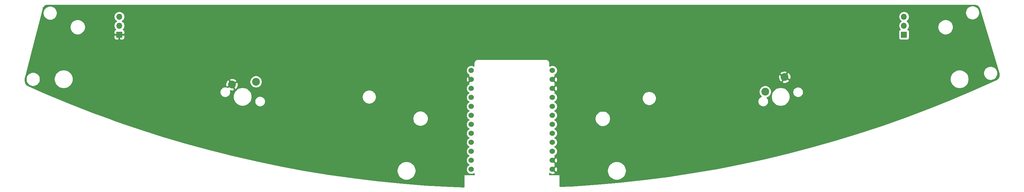
<source format=gbr>
%TF.GenerationSoftware,KiCad,Pcbnew,(5.1.6)-1*%
%TF.CreationDate,2020-12-26T21:50:01+02:00*%
%TF.ProjectId,cubetimer,63756265-7469-46d6-9572-2e6b69636164,rev?*%
%TF.SameCoordinates,Original*%
%TF.FileFunction,Copper,L2,Bot*%
%TF.FilePolarity,Positive*%
%FSLAX46Y46*%
G04 Gerber Fmt 4.6, Leading zero omitted, Abs format (unit mm)*
G04 Created by KiCad (PCBNEW (5.1.6)-1) date 2020-12-26 21:50:01*
%MOMM*%
%LPD*%
G01*
G04 APERTURE LIST*
%TA.AperFunction,ComponentPad*%
%ADD10C,1.524000*%
%TD*%
%TA.AperFunction,ComponentPad*%
%ADD11C,2.200000*%
%TD*%
%TA.AperFunction,ComponentPad*%
%ADD12R,1.700000X1.700000*%
%TD*%
%TA.AperFunction,ComponentPad*%
%ADD13O,1.700000X1.700000*%
%TD*%
%TA.AperFunction,Conductor*%
%ADD14C,0.254000*%
%TD*%
G04 APERTURE END LIST*
D10*
%TO.P,U1,13*%
%TO.N,GND*%
X160230000Y-107050000D03*
%TO.P,U1,14*%
X160230000Y-104510000D03*
%TO.P,U1,15*%
%TO.N,Net-(U1-Pad15)*%
X160230000Y-101970000D03*
%TO.P,U1,16*%
%TO.N,Net-(U1-Pad16)*%
X160230000Y-99430000D03*
%TO.P,U1,17*%
%TO.N,Net-(SW2-Pad2)*%
X160230000Y-96890000D03*
%TO.P,U1,18*%
%TO.N,Net-(U1-Pad18)*%
X160230000Y-94350000D03*
%TO.P,U1,19*%
%TO.N,Net-(U1-Pad19)*%
X160230000Y-91810000D03*
%TO.P,U1,20*%
%TO.N,Net-(U1-Pad20)*%
X160230000Y-89270000D03*
%TO.P,U1,21*%
%TO.N,Net-(U1-Pad21)*%
X160230000Y-86730000D03*
%TO.P,U1,22*%
%TO.N,GND*%
X160230000Y-84190000D03*
%TO.P,U1,23*%
X160230000Y-81650000D03*
%TO.P,U1,24*%
%TO.N,+3V3*%
X160230000Y-79110000D03*
%TO.P,U1,12*%
X137370000Y-107050000D03*
%TO.P,U1,11*%
%TO.N,Net-(U1-Pad11)*%
X137370000Y-104510000D03*
%TO.P,U1,10*%
%TO.N,Net-(U1-Pad10)*%
X137370000Y-101970000D03*
%TO.P,U1,9*%
%TO.N,Net-(U1-Pad9)*%
X137370000Y-99430000D03*
%TO.P,U1,8*%
%TO.N,Net-(U1-Pad8)*%
X137370000Y-96890000D03*
%TO.P,U1,7*%
%TO.N,Net-(SW1-Pad1)*%
X137370000Y-94350000D03*
%TO.P,U1,6*%
%TO.N,Net-(U1-Pad6)*%
X137370000Y-91810000D03*
%TO.P,U1,5*%
%TO.N,Din*%
X137370000Y-89270000D03*
%TO.P,U1,4*%
%TO.N,Net-(U1-Pad4)*%
X137370000Y-86730000D03*
%TO.P,U1,3*%
%TO.N,Net-(U1-Pad3)*%
X137370000Y-84190000D03*
%TO.P,U1,2*%
%TO.N,GND*%
X137370000Y-81650000D03*
%TO.P,U1,1*%
%TO.N,Net-(U1-Pad1)*%
X137370000Y-79110000D03*
%TD*%
D11*
%TO.P,SW1,2*%
%TO.N,GND*%
X69908971Y-83109951D03*
%TO.P,SW1,1*%
%TO.N,Net-(SW1-Pad1)*%
X76700000Y-82300000D03*
%TD*%
%TO.P,SW2,1*%
%TO.N,GND*%
X225670000Y-81000000D03*
%TO.P,SW2,2*%
%TO.N,Net-(SW2-Pad2)*%
X220193771Y-85096953D03*
%TD*%
D12*
%TO.P,J1,1*%
%TO.N,GND*%
X38200000Y-69000000D03*
D13*
%TO.P,J1,2*%
%TO.N,Din*%
X38200000Y-66460000D03*
%TO.P,J1,3*%
%TO.N,+3V3*%
X38200000Y-63920000D03*
%TD*%
%TO.P,J2,3*%
%TO.N,Net-(J2-Pad3)*%
X259300000Y-63920000D03*
%TO.P,J2,2*%
%TO.N,Net-(J2-Pad2)*%
X259300000Y-66460000D03*
D12*
%TO.P,J2,1*%
%TO.N,Net-(J2-Pad1)*%
X259300000Y-69000000D03*
%TD*%
D14*
%TO.N,GND*%
G36*
X18054926Y-60658754D02*
G01*
X18067581Y-60660000D01*
X279082732Y-60660000D01*
X279407825Y-60677023D01*
X279677419Y-60745228D01*
X279928632Y-60864499D01*
X280151897Y-61030295D01*
X280338705Y-61236297D01*
X280485681Y-61480882D01*
X280570264Y-61700644D01*
X286036180Y-79694959D01*
X286127017Y-80053971D01*
X286143818Y-80374679D01*
X286098006Y-80692541D01*
X285991328Y-80995452D01*
X285827843Y-81271878D01*
X285613786Y-81511278D01*
X285357299Y-81704547D01*
X285045587Y-81855227D01*
X284985948Y-81875674D01*
X284985609Y-81875829D01*
X284980145Y-81877695D01*
X284967161Y-81882435D01*
X284954278Y-81887447D01*
X284941504Y-81892728D01*
X284928843Y-81898274D01*
X278658566Y-84723869D01*
X272336960Y-87414776D01*
X265960281Y-89972744D01*
X259531495Y-92396585D01*
X253053354Y-94685261D01*
X246528662Y-96837780D01*
X239960346Y-98853178D01*
X233351271Y-100730575D01*
X226704291Y-102469160D01*
X220022405Y-104068148D01*
X213308477Y-105526856D01*
X206565475Y-106844637D01*
X199796361Y-108020913D01*
X193004098Y-109055170D01*
X186191615Y-109946959D01*
X179362027Y-110695876D01*
X172518194Y-111301604D01*
X165663238Y-111763869D01*
X162327000Y-111918747D01*
X162327000Y-108700000D01*
X162324560Y-108675224D01*
X162317333Y-108651399D01*
X162305597Y-108629443D01*
X162289803Y-108610197D01*
X162270557Y-108594403D01*
X162248601Y-108582667D01*
X162224776Y-108575440D01*
X162200000Y-108573000D01*
X159356306Y-108573000D01*
X159367809Y-108545091D01*
X159391378Y-108490102D01*
X159394103Y-108481299D01*
X159422308Y-108387881D01*
X159433933Y-108329174D01*
X159446365Y-108270684D01*
X159447327Y-108261530D01*
X159447328Y-108261524D01*
X159447328Y-108261519D01*
X159456850Y-108164402D01*
X159460000Y-108132419D01*
X159460000Y-108072774D01*
X159511020Y-108255656D01*
X159760048Y-108372756D01*
X160027135Y-108439023D01*
X160302017Y-108451910D01*
X160574133Y-108410922D01*
X160833023Y-108317636D01*
X160948980Y-108255656D01*
X161015960Y-108015565D01*
X160230000Y-107229605D01*
X160215858Y-107243748D01*
X160036253Y-107064143D01*
X160050395Y-107050000D01*
X160409605Y-107050000D01*
X161195565Y-107835960D01*
X161435656Y-107768980D01*
X161552756Y-107519952D01*
X161619023Y-107252865D01*
X161621268Y-107204960D01*
X175732727Y-107204960D01*
X175732727Y-107724010D01*
X175833988Y-108233086D01*
X176032620Y-108712626D01*
X176320989Y-109144200D01*
X176688012Y-109511223D01*
X177119586Y-109799592D01*
X177599126Y-109998224D01*
X178108202Y-110099485D01*
X178627252Y-110099485D01*
X179136328Y-109998224D01*
X179615868Y-109799592D01*
X180047442Y-109511223D01*
X180414465Y-109144200D01*
X180702834Y-108712626D01*
X180901466Y-108233086D01*
X181002727Y-107724010D01*
X181002727Y-107204960D01*
X180901466Y-106695884D01*
X180702834Y-106216344D01*
X180414465Y-105784770D01*
X180047442Y-105417747D01*
X179615868Y-105129378D01*
X179136328Y-104930746D01*
X178627252Y-104829485D01*
X178108202Y-104829485D01*
X177599126Y-104930746D01*
X177119586Y-105129378D01*
X176688012Y-105417747D01*
X176320989Y-105784770D01*
X176032620Y-106216344D01*
X175833988Y-106695884D01*
X175732727Y-107204960D01*
X161621268Y-107204960D01*
X161631910Y-106977983D01*
X161590922Y-106705867D01*
X161497636Y-106446977D01*
X161435656Y-106331020D01*
X161195565Y-106264040D01*
X160409605Y-107050000D01*
X160050395Y-107050000D01*
X160036253Y-107035858D01*
X160215858Y-106856253D01*
X160230000Y-106870395D01*
X161015960Y-106084435D01*
X160948980Y-105844344D01*
X160818356Y-105782921D01*
X160833023Y-105777636D01*
X160948980Y-105715656D01*
X161015960Y-105475565D01*
X160230000Y-104689605D01*
X160215858Y-104703748D01*
X160036253Y-104524143D01*
X160050395Y-104510000D01*
X160409605Y-104510000D01*
X161195565Y-105295960D01*
X161435656Y-105228980D01*
X161552756Y-104979952D01*
X161619023Y-104712865D01*
X161631910Y-104437983D01*
X161590922Y-104165867D01*
X161497636Y-103906977D01*
X161435656Y-103791020D01*
X161195565Y-103724040D01*
X160409605Y-104510000D01*
X160050395Y-104510000D01*
X160036253Y-104495858D01*
X160215858Y-104316253D01*
X160230000Y-104330395D01*
X161015960Y-103544435D01*
X160948980Y-103304344D01*
X160813240Y-103240515D01*
X160891727Y-103208005D01*
X161120535Y-103055120D01*
X161315120Y-102860535D01*
X161468005Y-102631727D01*
X161573314Y-102377490D01*
X161627000Y-102107592D01*
X161627000Y-101832408D01*
X161573314Y-101562510D01*
X161468005Y-101308273D01*
X161315120Y-101079465D01*
X161120535Y-100884880D01*
X160891727Y-100731995D01*
X160814485Y-100700000D01*
X160891727Y-100668005D01*
X161120535Y-100515120D01*
X161315120Y-100320535D01*
X161468005Y-100091727D01*
X161573314Y-99837490D01*
X161627000Y-99567592D01*
X161627000Y-99292408D01*
X161573314Y-99022510D01*
X161468005Y-98768273D01*
X161315120Y-98539465D01*
X161120535Y-98344880D01*
X160891727Y-98191995D01*
X160814485Y-98160000D01*
X160891727Y-98128005D01*
X161120535Y-97975120D01*
X161315120Y-97780535D01*
X161468005Y-97551727D01*
X161573314Y-97297490D01*
X161627000Y-97027592D01*
X161627000Y-96752408D01*
X161573314Y-96482510D01*
X161468005Y-96228273D01*
X161315120Y-95999465D01*
X161120535Y-95804880D01*
X160891727Y-95651995D01*
X160814485Y-95620000D01*
X160891727Y-95588005D01*
X161120535Y-95435120D01*
X161315120Y-95240535D01*
X161468005Y-95011727D01*
X161573314Y-94757490D01*
X161627000Y-94487592D01*
X161627000Y-94212408D01*
X161573314Y-93942510D01*
X161468005Y-93688273D01*
X161315120Y-93459465D01*
X161120535Y-93264880D01*
X160891727Y-93111995D01*
X160814485Y-93080000D01*
X160891727Y-93048005D01*
X161120535Y-92895120D01*
X161315120Y-92700535D01*
X161428377Y-92531034D01*
X172263325Y-92531034D01*
X172263325Y-92956516D01*
X172346333Y-93373824D01*
X172509158Y-93766919D01*
X172745544Y-94120695D01*
X173046405Y-94421556D01*
X173400181Y-94657942D01*
X173793276Y-94820767D01*
X174210584Y-94903775D01*
X174636066Y-94903775D01*
X175053374Y-94820767D01*
X175446469Y-94657942D01*
X175800245Y-94421556D01*
X176101106Y-94120695D01*
X176337492Y-93766919D01*
X176500317Y-93373824D01*
X176583325Y-92956516D01*
X176583325Y-92531034D01*
X176500317Y-92113726D01*
X176337492Y-91720631D01*
X176101106Y-91366855D01*
X175800245Y-91065994D01*
X175446469Y-90829608D01*
X175053374Y-90666783D01*
X174636066Y-90583775D01*
X174210584Y-90583775D01*
X173793276Y-90666783D01*
X173400181Y-90829608D01*
X173046405Y-91065994D01*
X172745544Y-91366855D01*
X172509158Y-91720631D01*
X172346333Y-92113726D01*
X172263325Y-92531034D01*
X161428377Y-92531034D01*
X161468005Y-92471727D01*
X161573314Y-92217490D01*
X161627000Y-91947592D01*
X161627000Y-91672408D01*
X161573314Y-91402510D01*
X161468005Y-91148273D01*
X161315120Y-90919465D01*
X161120535Y-90724880D01*
X160891727Y-90571995D01*
X160814485Y-90540000D01*
X160891727Y-90508005D01*
X161120535Y-90355120D01*
X161315120Y-90160535D01*
X161468005Y-89931727D01*
X161573314Y-89677490D01*
X161627000Y-89407592D01*
X161627000Y-89132408D01*
X161573314Y-88862510D01*
X161468005Y-88608273D01*
X161315120Y-88379465D01*
X161120535Y-88184880D01*
X160891727Y-88031995D01*
X160814485Y-88000000D01*
X160891727Y-87968005D01*
X161120535Y-87815120D01*
X161315120Y-87620535D01*
X161468005Y-87391727D01*
X161573314Y-87137490D01*
X161627000Y-86867592D01*
X161627000Y-86804495D01*
X185515000Y-86804495D01*
X185515000Y-87195505D01*
X185591282Y-87579003D01*
X185740915Y-87940250D01*
X185958149Y-88265364D01*
X186234636Y-88541851D01*
X186559750Y-88759085D01*
X186920997Y-88908718D01*
X187304495Y-88985000D01*
X187695505Y-88985000D01*
X188079003Y-88908718D01*
X188440250Y-88759085D01*
X188765364Y-88541851D01*
X189041851Y-88265364D01*
X189259085Y-87940250D01*
X189344995Y-87732844D01*
X218139446Y-87732844D01*
X218139446Y-88025364D01*
X218196514Y-88312262D01*
X218308456Y-88582515D01*
X218470971Y-88825736D01*
X218677814Y-89032579D01*
X218921035Y-89195094D01*
X219191288Y-89307036D01*
X219478186Y-89364104D01*
X219770706Y-89364104D01*
X220057604Y-89307036D01*
X220327857Y-89195094D01*
X220571078Y-89032579D01*
X220777921Y-88825736D01*
X220940436Y-88582515D01*
X221052378Y-88312262D01*
X221109446Y-88025364D01*
X221109446Y-87732844D01*
X221052378Y-87445946D01*
X220940436Y-87175693D01*
X220777921Y-86932472D01*
X220625514Y-86780065D01*
X220699852Y-86765278D01*
X221015602Y-86634490D01*
X221299769Y-86444616D01*
X221439606Y-86304779D01*
X221896349Y-86304779D01*
X221896349Y-86823829D01*
X221997610Y-87332905D01*
X222196242Y-87812445D01*
X222484611Y-88244019D01*
X222851634Y-88611042D01*
X223283208Y-88899411D01*
X223762748Y-89098043D01*
X224271824Y-89199304D01*
X224790874Y-89199304D01*
X225299950Y-89098043D01*
X225779490Y-88899411D01*
X226211064Y-88611042D01*
X226578087Y-88244019D01*
X226866456Y-87812445D01*
X227065088Y-87332905D01*
X227166349Y-86823829D01*
X227166349Y-86304779D01*
X227065088Y-85795703D01*
X226866456Y-85316163D01*
X226724188Y-85103243D01*
X227953252Y-85103243D01*
X227953252Y-85395763D01*
X228010320Y-85682661D01*
X228122262Y-85952914D01*
X228284777Y-86196135D01*
X228491620Y-86402978D01*
X228734841Y-86565493D01*
X229005094Y-86677435D01*
X229291992Y-86734503D01*
X229584512Y-86734503D01*
X229871410Y-86677435D01*
X230141663Y-86565493D01*
X230384884Y-86402978D01*
X230591727Y-86196135D01*
X230754242Y-85952914D01*
X230866184Y-85682661D01*
X230923252Y-85395763D01*
X230923252Y-85103243D01*
X230866184Y-84816345D01*
X230754242Y-84546092D01*
X230591727Y-84302871D01*
X230384884Y-84096028D01*
X230141663Y-83933513D01*
X229871410Y-83821571D01*
X229584512Y-83764503D01*
X229291992Y-83764503D01*
X229005094Y-83821571D01*
X228734841Y-83933513D01*
X228491620Y-84096028D01*
X228284777Y-84302871D01*
X228122262Y-84546092D01*
X228010320Y-84816345D01*
X227953252Y-85103243D01*
X226724188Y-85103243D01*
X226578087Y-84884589D01*
X226211064Y-84517566D01*
X225779490Y-84229197D01*
X225299950Y-84030565D01*
X224790874Y-83929304D01*
X224271824Y-83929304D01*
X223762748Y-84030565D01*
X223283208Y-84229197D01*
X222851634Y-84517566D01*
X222484611Y-84884589D01*
X222196242Y-85316163D01*
X221997610Y-85795703D01*
X221896349Y-86304779D01*
X221439606Y-86304779D01*
X221541434Y-86202951D01*
X221731308Y-85918784D01*
X221862096Y-85603034D01*
X221928771Y-85267836D01*
X221928771Y-84926070D01*
X221862096Y-84590872D01*
X221731308Y-84275122D01*
X221541434Y-83990955D01*
X221299769Y-83749290D01*
X221015602Y-83559416D01*
X220699852Y-83428628D01*
X220364654Y-83361953D01*
X220022888Y-83361953D01*
X219687690Y-83428628D01*
X219371940Y-83559416D01*
X219087773Y-83749290D01*
X218846108Y-83990955D01*
X218656234Y-84275122D01*
X218525446Y-84590872D01*
X218458771Y-84926070D01*
X218458771Y-85267836D01*
X218525446Y-85603034D01*
X218656234Y-85918784D01*
X218846108Y-86202951D01*
X219087773Y-86444616D01*
X219133443Y-86475132D01*
X218921035Y-86563114D01*
X218677814Y-86725629D01*
X218470971Y-86932472D01*
X218308456Y-87175693D01*
X218196514Y-87445946D01*
X218139446Y-87732844D01*
X189344995Y-87732844D01*
X189408718Y-87579003D01*
X189485000Y-87195505D01*
X189485000Y-86804495D01*
X189408718Y-86420997D01*
X189259085Y-86059750D01*
X189041851Y-85734636D01*
X188765364Y-85458149D01*
X188440250Y-85240915D01*
X188079003Y-85091282D01*
X187695505Y-85015000D01*
X187304495Y-85015000D01*
X186920997Y-85091282D01*
X186559750Y-85240915D01*
X186234636Y-85458149D01*
X185958149Y-85734636D01*
X185740915Y-86059750D01*
X185591282Y-86420997D01*
X185515000Y-86804495D01*
X161627000Y-86804495D01*
X161627000Y-86592408D01*
X161573314Y-86322510D01*
X161468005Y-86068273D01*
X161315120Y-85839465D01*
X161120535Y-85644880D01*
X160891727Y-85491995D01*
X160820057Y-85462308D01*
X160833023Y-85457636D01*
X160948980Y-85395656D01*
X161015960Y-85155565D01*
X160230000Y-84369605D01*
X160215858Y-84383748D01*
X160036253Y-84204143D01*
X160050395Y-84190000D01*
X160409605Y-84190000D01*
X161195565Y-84975960D01*
X161435656Y-84908980D01*
X161552756Y-84659952D01*
X161619023Y-84392865D01*
X161631910Y-84117983D01*
X161590922Y-83845867D01*
X161497636Y-83586977D01*
X161435656Y-83471020D01*
X161195565Y-83404040D01*
X160409605Y-84190000D01*
X160050395Y-84190000D01*
X160036253Y-84175858D01*
X160215858Y-83996253D01*
X160230000Y-84010395D01*
X161015960Y-83224435D01*
X160948980Y-82984344D01*
X160818356Y-82922921D01*
X160833023Y-82917636D01*
X160948980Y-82855656D01*
X161015960Y-82615565D01*
X160230000Y-81829605D01*
X160215858Y-81843748D01*
X160036253Y-81664143D01*
X160050395Y-81650000D01*
X160409605Y-81650000D01*
X161195565Y-82435960D01*
X161211806Y-82431429D01*
X224990211Y-82431429D01*
X225165448Y-82668788D01*
X225500707Y-82735156D01*
X225842472Y-82734843D01*
X226177609Y-82667861D01*
X226493239Y-82536784D01*
X226777233Y-82346649D01*
X226941349Y-82192937D01*
X226974429Y-81899759D01*
X225716485Y-81173485D01*
X224990211Y-82431429D01*
X161211806Y-82431429D01*
X161435656Y-82368980D01*
X161552756Y-82119952D01*
X161619023Y-81852865D01*
X161631910Y-81577983D01*
X161590922Y-81305867D01*
X161497636Y-81046977D01*
X161435656Y-80931020D01*
X161195565Y-80864040D01*
X160409605Y-81650000D01*
X160050395Y-81650000D01*
X160036253Y-81635858D01*
X160215858Y-81456253D01*
X160230000Y-81470395D01*
X160869688Y-80830707D01*
X223934844Y-80830707D01*
X223935157Y-81172472D01*
X224002139Y-81507609D01*
X224133216Y-81823239D01*
X224323351Y-82107233D01*
X224477063Y-82271349D01*
X224770241Y-82304429D01*
X225496515Y-81046485D01*
X225335487Y-80953515D01*
X225843485Y-80953515D01*
X227101429Y-81679789D01*
X227338788Y-81504552D01*
X227374717Y-81323055D01*
X272325309Y-81323055D01*
X272325309Y-81842105D01*
X272426570Y-82351181D01*
X272625202Y-82830721D01*
X272913571Y-83262295D01*
X273280594Y-83629318D01*
X273712168Y-83917687D01*
X274191708Y-84116319D01*
X274700784Y-84217580D01*
X275219834Y-84217580D01*
X275728910Y-84116319D01*
X276208450Y-83917687D01*
X276640024Y-83629318D01*
X277007047Y-83262295D01*
X277295416Y-82830721D01*
X277494048Y-82351181D01*
X277595309Y-81842105D01*
X277595309Y-81323055D01*
X277494048Y-80813979D01*
X277295416Y-80334439D01*
X277007047Y-79902865D01*
X276808677Y-79704495D01*
X281715000Y-79704495D01*
X281715000Y-80095505D01*
X281791282Y-80479003D01*
X281940915Y-80840250D01*
X282158149Y-81165364D01*
X282434636Y-81441851D01*
X282759750Y-81659085D01*
X283120997Y-81808718D01*
X283504495Y-81885000D01*
X283895505Y-81885000D01*
X284279003Y-81808718D01*
X284640250Y-81659085D01*
X284965364Y-81441851D01*
X285241851Y-81165364D01*
X285459085Y-80840250D01*
X285608718Y-80479003D01*
X285685000Y-80095505D01*
X285685000Y-79704495D01*
X285608718Y-79320997D01*
X285459085Y-78959750D01*
X285241851Y-78634636D01*
X284965364Y-78358149D01*
X284640250Y-78140915D01*
X284279003Y-77991282D01*
X283895505Y-77915000D01*
X283504495Y-77915000D01*
X283120997Y-77991282D01*
X282759750Y-78140915D01*
X282434636Y-78358149D01*
X282158149Y-78634636D01*
X281940915Y-78959750D01*
X281791282Y-79320997D01*
X281715000Y-79704495D01*
X276808677Y-79704495D01*
X276640024Y-79535842D01*
X276208450Y-79247473D01*
X275728910Y-79048841D01*
X275219834Y-78947580D01*
X274700784Y-78947580D01*
X274191708Y-79048841D01*
X273712168Y-79247473D01*
X273280594Y-79535842D01*
X272913571Y-79902865D01*
X272625202Y-80334439D01*
X272426570Y-80813979D01*
X272325309Y-81323055D01*
X227374717Y-81323055D01*
X227405156Y-81169293D01*
X227404843Y-80827528D01*
X227337861Y-80492391D01*
X227206784Y-80176761D01*
X227016649Y-79892767D01*
X226862937Y-79728651D01*
X226569759Y-79695571D01*
X225843485Y-80953515D01*
X225335487Y-80953515D01*
X224238571Y-80320211D01*
X224001212Y-80495448D01*
X223934844Y-80830707D01*
X160869688Y-80830707D01*
X161015960Y-80684435D01*
X160948980Y-80444344D01*
X160813240Y-80380515D01*
X160891727Y-80348005D01*
X161120535Y-80195120D01*
X161215414Y-80100241D01*
X224365571Y-80100241D01*
X225623515Y-80826515D01*
X226349789Y-79568571D01*
X226174552Y-79331212D01*
X225839293Y-79264844D01*
X225497528Y-79265157D01*
X225162391Y-79332139D01*
X224846761Y-79463216D01*
X224562767Y-79653351D01*
X224398651Y-79807063D01*
X224365571Y-80100241D01*
X161215414Y-80100241D01*
X161315120Y-80000535D01*
X161468005Y-79771727D01*
X161573314Y-79517490D01*
X161627000Y-79247592D01*
X161627000Y-78972408D01*
X161573314Y-78702510D01*
X161468005Y-78448273D01*
X161315120Y-78219465D01*
X161120535Y-78024880D01*
X160891727Y-77871995D01*
X160637490Y-77766686D01*
X160367592Y-77713000D01*
X160092408Y-77713000D01*
X159822510Y-77766686D01*
X159568273Y-77871995D01*
X159460000Y-77944341D01*
X159460000Y-77067581D01*
X159457251Y-77039671D01*
X159457272Y-77036693D01*
X159456373Y-77027522D01*
X159451311Y-76979360D01*
X159450450Y-76970617D01*
X159450362Y-76970325D01*
X159446173Y-76930473D01*
X159434140Y-76871854D01*
X159422936Y-76813116D01*
X159420272Y-76804294D01*
X159391416Y-76711075D01*
X159368238Y-76655937D01*
X159345825Y-76600463D01*
X159341498Y-76592327D01*
X159295085Y-76506489D01*
X159261645Y-76456913D01*
X159228881Y-76406844D01*
X159223057Y-76399703D01*
X159160855Y-76324514D01*
X159118406Y-76282361D01*
X159076561Y-76239629D01*
X159069460Y-76233755D01*
X158993839Y-76172079D01*
X158944034Y-76138988D01*
X158894650Y-76105174D01*
X158886544Y-76100792D01*
X158800383Y-76054980D01*
X158745091Y-76032191D01*
X158690102Y-76008622D01*
X158681299Y-76005897D01*
X158587881Y-75977692D01*
X158529174Y-75966067D01*
X158470684Y-75953635D01*
X158461530Y-75952673D01*
X158461524Y-75952672D01*
X158461519Y-75952672D01*
X158364402Y-75943150D01*
X158332419Y-75940000D01*
X139267581Y-75940000D01*
X139239671Y-75942749D01*
X139236693Y-75942728D01*
X139227522Y-75943627D01*
X139179360Y-75948689D01*
X139170617Y-75949550D01*
X139170325Y-75949638D01*
X139130473Y-75953827D01*
X139071854Y-75965860D01*
X139013116Y-75977064D01*
X139004294Y-75979728D01*
X138911075Y-76008584D01*
X138855937Y-76031762D01*
X138800463Y-76054175D01*
X138792334Y-76058498D01*
X138792330Y-76058500D01*
X138792327Y-76058502D01*
X138706489Y-76104915D01*
X138656913Y-76138355D01*
X138606844Y-76171119D01*
X138599703Y-76176943D01*
X138524514Y-76239145D01*
X138482361Y-76281594D01*
X138439629Y-76323439D01*
X138433755Y-76330540D01*
X138372079Y-76406161D01*
X138338988Y-76455966D01*
X138305174Y-76505350D01*
X138300792Y-76513456D01*
X138254980Y-76599617D01*
X138232191Y-76654909D01*
X138208622Y-76709898D01*
X138205897Y-76718701D01*
X138177692Y-76812119D01*
X138166067Y-76870826D01*
X138153635Y-76929316D01*
X138152673Y-76938470D01*
X138152672Y-76938476D01*
X138152672Y-76938481D01*
X138143150Y-77035598D01*
X138143150Y-77035608D01*
X138140001Y-77067581D01*
X138140001Y-77944342D01*
X138031727Y-77871995D01*
X137777490Y-77766686D01*
X137507592Y-77713000D01*
X137232408Y-77713000D01*
X136962510Y-77766686D01*
X136708273Y-77871995D01*
X136479465Y-78024880D01*
X136284880Y-78219465D01*
X136131995Y-78448273D01*
X136026686Y-78702510D01*
X135973000Y-78972408D01*
X135973000Y-79247592D01*
X136026686Y-79517490D01*
X136131995Y-79771727D01*
X136284880Y-80000535D01*
X136479465Y-80195120D01*
X136708273Y-80348005D01*
X136779943Y-80377692D01*
X136766977Y-80382364D01*
X136651020Y-80444344D01*
X136584040Y-80684435D01*
X137370000Y-81470395D01*
X137384143Y-81456253D01*
X137563748Y-81635858D01*
X137549605Y-81650000D01*
X137563748Y-81664143D01*
X137384143Y-81843748D01*
X137370000Y-81829605D01*
X136584040Y-82615565D01*
X136651020Y-82855656D01*
X136786760Y-82919485D01*
X136708273Y-82951995D01*
X136479465Y-83104880D01*
X136284880Y-83299465D01*
X136131995Y-83528273D01*
X136026686Y-83782510D01*
X135973000Y-84052408D01*
X135973000Y-84327592D01*
X136026686Y-84597490D01*
X136131995Y-84851727D01*
X136284880Y-85080535D01*
X136479465Y-85275120D01*
X136708273Y-85428005D01*
X136785515Y-85460000D01*
X136708273Y-85491995D01*
X136479465Y-85644880D01*
X136284880Y-85839465D01*
X136131995Y-86068273D01*
X136026686Y-86322510D01*
X135973000Y-86592408D01*
X135973000Y-86867592D01*
X136026686Y-87137490D01*
X136131995Y-87391727D01*
X136284880Y-87620535D01*
X136479465Y-87815120D01*
X136708273Y-87968005D01*
X136785515Y-88000000D01*
X136708273Y-88031995D01*
X136479465Y-88184880D01*
X136284880Y-88379465D01*
X136131995Y-88608273D01*
X136026686Y-88862510D01*
X135973000Y-89132408D01*
X135973000Y-89407592D01*
X136026686Y-89677490D01*
X136131995Y-89931727D01*
X136284880Y-90160535D01*
X136479465Y-90355120D01*
X136708273Y-90508005D01*
X136785515Y-90540000D01*
X136708273Y-90571995D01*
X136479465Y-90724880D01*
X136284880Y-90919465D01*
X136131995Y-91148273D01*
X136026686Y-91402510D01*
X135973000Y-91672408D01*
X135973000Y-91947592D01*
X136026686Y-92217490D01*
X136131995Y-92471727D01*
X136284880Y-92700535D01*
X136479465Y-92895120D01*
X136708273Y-93048005D01*
X136785515Y-93080000D01*
X136708273Y-93111995D01*
X136479465Y-93264880D01*
X136284880Y-93459465D01*
X136131995Y-93688273D01*
X136026686Y-93942510D01*
X135973000Y-94212408D01*
X135973000Y-94487592D01*
X136026686Y-94757490D01*
X136131995Y-95011727D01*
X136284880Y-95240535D01*
X136479465Y-95435120D01*
X136708273Y-95588005D01*
X136785515Y-95620000D01*
X136708273Y-95651995D01*
X136479465Y-95804880D01*
X136284880Y-95999465D01*
X136131995Y-96228273D01*
X136026686Y-96482510D01*
X135973000Y-96752408D01*
X135973000Y-97027592D01*
X136026686Y-97297490D01*
X136131995Y-97551727D01*
X136284880Y-97780535D01*
X136479465Y-97975120D01*
X136708273Y-98128005D01*
X136785515Y-98160000D01*
X136708273Y-98191995D01*
X136479465Y-98344880D01*
X136284880Y-98539465D01*
X136131995Y-98768273D01*
X136026686Y-99022510D01*
X135973000Y-99292408D01*
X135973000Y-99567592D01*
X136026686Y-99837490D01*
X136131995Y-100091727D01*
X136284880Y-100320535D01*
X136479465Y-100515120D01*
X136708273Y-100668005D01*
X136785515Y-100700000D01*
X136708273Y-100731995D01*
X136479465Y-100884880D01*
X136284880Y-101079465D01*
X136131995Y-101308273D01*
X136026686Y-101562510D01*
X135973000Y-101832408D01*
X135973000Y-102107592D01*
X136026686Y-102377490D01*
X136131995Y-102631727D01*
X136284880Y-102860535D01*
X136479465Y-103055120D01*
X136708273Y-103208005D01*
X136785515Y-103240000D01*
X136708273Y-103271995D01*
X136479465Y-103424880D01*
X136284880Y-103619465D01*
X136131995Y-103848273D01*
X136026686Y-104102510D01*
X135973000Y-104372408D01*
X135973000Y-104647592D01*
X136026686Y-104917490D01*
X136131995Y-105171727D01*
X136284880Y-105400535D01*
X136479465Y-105595120D01*
X136708273Y-105748005D01*
X136785515Y-105780000D01*
X136708273Y-105811995D01*
X136479465Y-105964880D01*
X136284880Y-106159465D01*
X136131995Y-106388273D01*
X136026686Y-106642510D01*
X135973000Y-106912408D01*
X135973000Y-107187592D01*
X136026686Y-107457490D01*
X136131995Y-107711727D01*
X136284880Y-107940535D01*
X136479465Y-108135120D01*
X136708273Y-108288005D01*
X136962510Y-108393314D01*
X137232408Y-108447000D01*
X137507592Y-108447000D01*
X137777490Y-108393314D01*
X138031727Y-108288005D01*
X138147630Y-108210561D01*
X138148691Y-108220663D01*
X138149550Y-108229382D01*
X138149638Y-108229673D01*
X138153827Y-108269527D01*
X138165861Y-108328152D01*
X138177064Y-108386884D01*
X138179728Y-108395706D01*
X138208584Y-108488925D01*
X138231767Y-108544075D01*
X138243453Y-108573000D01*
X135400000Y-108573000D01*
X135375224Y-108575440D01*
X135351399Y-108582667D01*
X135329443Y-108594403D01*
X135310197Y-108610197D01*
X135294403Y-108629443D01*
X135282667Y-108651399D01*
X135275440Y-108675224D01*
X135273000Y-108700000D01*
X135273000Y-112066078D01*
X131325785Y-111918437D01*
X124466904Y-111517900D01*
X117617947Y-110973813D01*
X110781865Y-110286410D01*
X103961678Y-109455992D01*
X97160358Y-108482923D01*
X90380951Y-107367639D01*
X89427266Y-107190159D01*
X116460370Y-107190159D01*
X116460370Y-107709209D01*
X116561631Y-108218285D01*
X116760263Y-108697825D01*
X117048632Y-109129399D01*
X117415655Y-109496422D01*
X117847229Y-109784791D01*
X118326769Y-109983423D01*
X118835845Y-110084684D01*
X119354895Y-110084684D01*
X119863971Y-109983423D01*
X120343511Y-109784791D01*
X120775085Y-109496422D01*
X121142108Y-109129399D01*
X121430477Y-108697825D01*
X121629109Y-108218285D01*
X121730370Y-107709209D01*
X121730370Y-107190159D01*
X121629109Y-106681083D01*
X121430477Y-106201543D01*
X121142108Y-105769969D01*
X120775085Y-105402946D01*
X120343511Y-105114577D01*
X119863971Y-104915945D01*
X119354895Y-104814684D01*
X118835845Y-104814684D01*
X118326769Y-104915945D01*
X117847229Y-105114577D01*
X117415655Y-105402946D01*
X117048632Y-105769969D01*
X116760263Y-106201543D01*
X116561631Y-106681083D01*
X116460370Y-107190159D01*
X89427266Y-107190159D01*
X83626304Y-106110606D01*
X76899526Y-104712402D01*
X70203502Y-103173630D01*
X63541207Y-101494974D01*
X56915448Y-99677138D01*
X50329279Y-97720963D01*
X43785473Y-95627269D01*
X37286977Y-93397003D01*
X34885628Y-92516233D01*
X120879772Y-92516233D01*
X120879772Y-92941715D01*
X120962780Y-93359023D01*
X121125605Y-93752118D01*
X121361991Y-94105894D01*
X121662852Y-94406755D01*
X122016628Y-94643141D01*
X122409723Y-94805966D01*
X122827031Y-94888974D01*
X123252513Y-94888974D01*
X123669821Y-94805966D01*
X124062916Y-94643141D01*
X124416692Y-94406755D01*
X124717553Y-94105894D01*
X124953939Y-93752118D01*
X125116764Y-93359023D01*
X125199772Y-92941715D01*
X125199772Y-92516233D01*
X125116764Y-92098925D01*
X124953939Y-91705830D01*
X124717553Y-91352054D01*
X124416692Y-91051193D01*
X124062916Y-90814807D01*
X123669821Y-90651982D01*
X123252513Y-90568974D01*
X122827031Y-90568974D01*
X122409723Y-90651982D01*
X122016628Y-90814807D01*
X121662852Y-91051193D01*
X121361991Y-91352054D01*
X121125605Y-91705830D01*
X120962780Y-92098925D01*
X120879772Y-92516233D01*
X34885628Y-92516233D01*
X30836620Y-91031133D01*
X24437219Y-88530694D01*
X18091195Y-85896622D01*
X16248029Y-85088442D01*
X66539844Y-85088442D01*
X66539844Y-85380962D01*
X66596912Y-85667860D01*
X66708854Y-85938113D01*
X66871369Y-86181334D01*
X67078212Y-86388177D01*
X67321433Y-86550692D01*
X67591686Y-86662634D01*
X67878584Y-86719702D01*
X68171104Y-86719702D01*
X68458002Y-86662634D01*
X68728255Y-86550692D01*
X68971476Y-86388177D01*
X69069675Y-86289978D01*
X70296748Y-86289978D01*
X70296748Y-86809028D01*
X70398009Y-87318104D01*
X70596641Y-87797644D01*
X70885010Y-88229218D01*
X71252033Y-88596241D01*
X71683607Y-88884610D01*
X72163147Y-89083242D01*
X72672223Y-89184503D01*
X73191273Y-89184503D01*
X73700349Y-89083242D01*
X74179889Y-88884610D01*
X74611463Y-88596241D01*
X74978486Y-88229218D01*
X75266855Y-87797644D01*
X75299826Y-87718044D01*
X76353651Y-87718044D01*
X76353651Y-88010564D01*
X76410719Y-88297462D01*
X76522661Y-88567715D01*
X76685176Y-88810936D01*
X76892019Y-89017779D01*
X77135240Y-89180294D01*
X77405493Y-89292236D01*
X77692391Y-89349304D01*
X77984911Y-89349304D01*
X78271809Y-89292236D01*
X78542062Y-89180294D01*
X78785283Y-89017779D01*
X78992126Y-88810936D01*
X79154641Y-88567715D01*
X79266583Y-88297462D01*
X79323651Y-88010564D01*
X79323651Y-87718044D01*
X79266583Y-87431146D01*
X79154641Y-87160893D01*
X78992126Y-86917672D01*
X78785283Y-86710829D01*
X78542062Y-86548314D01*
X78271809Y-86436372D01*
X78111554Y-86404495D01*
X106615000Y-86404495D01*
X106615000Y-86795505D01*
X106691282Y-87179003D01*
X106840915Y-87540250D01*
X107058149Y-87865364D01*
X107334636Y-88141851D01*
X107659750Y-88359085D01*
X108020997Y-88508718D01*
X108404495Y-88585000D01*
X108795505Y-88585000D01*
X109179003Y-88508718D01*
X109540250Y-88359085D01*
X109865364Y-88141851D01*
X110141851Y-87865364D01*
X110359085Y-87540250D01*
X110508718Y-87179003D01*
X110585000Y-86795505D01*
X110585000Y-86404495D01*
X110508718Y-86020997D01*
X110359085Y-85659750D01*
X110141851Y-85334636D01*
X109865364Y-85058149D01*
X109540250Y-84840915D01*
X109179003Y-84691282D01*
X108795505Y-84615000D01*
X108404495Y-84615000D01*
X108020997Y-84691282D01*
X107659750Y-84840915D01*
X107334636Y-85058149D01*
X107058149Y-85334636D01*
X106840915Y-85659750D01*
X106691282Y-86020997D01*
X106615000Y-86404495D01*
X78111554Y-86404495D01*
X77984911Y-86379304D01*
X77692391Y-86379304D01*
X77405493Y-86436372D01*
X77135240Y-86548314D01*
X76892019Y-86710829D01*
X76685176Y-86917672D01*
X76522661Y-87160893D01*
X76410719Y-87431146D01*
X76353651Y-87718044D01*
X75299826Y-87718044D01*
X75465487Y-87318104D01*
X75566748Y-86809028D01*
X75566748Y-86289978D01*
X75465487Y-85780902D01*
X75266855Y-85301362D01*
X74978486Y-84869788D01*
X74611463Y-84502765D01*
X74179889Y-84214396D01*
X73700349Y-84015764D01*
X73191273Y-83914503D01*
X72672223Y-83914503D01*
X72163147Y-84015764D01*
X71683607Y-84214396D01*
X71252033Y-84502765D01*
X70885010Y-84869788D01*
X70596641Y-85301362D01*
X70398009Y-85780902D01*
X70296748Y-86289978D01*
X69069675Y-86289978D01*
X69178319Y-86181334D01*
X69340834Y-85938113D01*
X69452776Y-85667860D01*
X69509844Y-85380962D01*
X69509844Y-85088442D01*
X69452776Y-84801544D01*
X69445879Y-84784893D01*
X69514643Y-84808165D01*
X69853525Y-84852464D01*
X70194538Y-84829800D01*
X70413523Y-84778739D01*
X70588760Y-84541380D01*
X69881742Y-83316788D01*
X69894830Y-83303700D01*
X69747566Y-83156436D01*
X70082456Y-83156436D01*
X70808730Y-84414380D01*
X71101908Y-84381300D01*
X71327014Y-84124141D01*
X71497625Y-83828007D01*
X71607185Y-83504279D01*
X71651484Y-83165397D01*
X71628820Y-82824384D01*
X71577759Y-82605399D01*
X71340400Y-82430162D01*
X70082456Y-83156436D01*
X69747566Y-83156436D01*
X69715222Y-83124092D01*
X69137044Y-83702270D01*
X68743969Y-83929212D01*
X68728255Y-83918712D01*
X68458002Y-83806770D01*
X68171104Y-83749702D01*
X67878584Y-83749702D01*
X67591686Y-83806770D01*
X67321433Y-83918712D01*
X67078212Y-84081227D01*
X66871369Y-84288070D01*
X66708854Y-84531291D01*
X66596912Y-84801544D01*
X66539844Y-85088442D01*
X16248029Y-85088442D01*
X12538069Y-83461723D01*
X12239322Y-83262233D01*
X11989706Y-83013197D01*
X11793217Y-82720426D01*
X11657336Y-82395062D01*
X11587240Y-82049501D01*
X11585598Y-81696907D01*
X11642083Y-81404495D01*
X11915000Y-81404495D01*
X11915000Y-81795505D01*
X11991282Y-82179003D01*
X12140915Y-82540250D01*
X12358149Y-82865364D01*
X12634636Y-83141851D01*
X12959750Y-83359085D01*
X13320997Y-83508718D01*
X13704495Y-83585000D01*
X14095505Y-83585000D01*
X14479003Y-83508718D01*
X14840250Y-83359085D01*
X15165364Y-83141851D01*
X15441851Y-82865364D01*
X15659085Y-82540250D01*
X15808718Y-82179003D01*
X15885000Y-81795505D01*
X15885000Y-81404495D01*
X15865857Y-81308254D01*
X19867787Y-81308254D01*
X19867787Y-81827304D01*
X19969048Y-82336380D01*
X20167680Y-82815920D01*
X20456049Y-83247494D01*
X20823072Y-83614517D01*
X21254646Y-83902886D01*
X21734186Y-84101518D01*
X22243262Y-84202779D01*
X22762312Y-84202779D01*
X23271388Y-84101518D01*
X23750928Y-83902886D01*
X24182502Y-83614517D01*
X24549525Y-83247494D01*
X24678476Y-83054505D01*
X68166458Y-83054505D01*
X68189122Y-83395518D01*
X68240183Y-83614503D01*
X68477542Y-83789740D01*
X69735486Y-83063466D01*
X69009212Y-81805522D01*
X68716034Y-81838602D01*
X68490928Y-82095761D01*
X68320317Y-82391895D01*
X68210757Y-82715623D01*
X68166458Y-83054505D01*
X24678476Y-83054505D01*
X24837894Y-82815920D01*
X25036526Y-82336380D01*
X25137787Y-81827304D01*
X25137787Y-81678522D01*
X69229182Y-81678522D01*
X69955456Y-82936466D01*
X71213400Y-82210192D01*
X71204253Y-82129117D01*
X74965000Y-82129117D01*
X74965000Y-82470883D01*
X75031675Y-82806081D01*
X75162463Y-83121831D01*
X75352337Y-83405998D01*
X75594002Y-83647663D01*
X75878169Y-83837537D01*
X76193919Y-83968325D01*
X76529117Y-84035000D01*
X76870883Y-84035000D01*
X77206081Y-83968325D01*
X77521831Y-83837537D01*
X77805998Y-83647663D01*
X78047663Y-83405998D01*
X78237537Y-83121831D01*
X78368325Y-82806081D01*
X78435000Y-82470883D01*
X78435000Y-82129117D01*
X78368325Y-81793919D01*
X78338543Y-81722017D01*
X135968090Y-81722017D01*
X136009078Y-81994133D01*
X136102364Y-82253023D01*
X136164344Y-82368980D01*
X136404435Y-82435960D01*
X137190395Y-81650000D01*
X136404435Y-80864040D01*
X136164344Y-80931020D01*
X136047244Y-81180048D01*
X135980977Y-81447135D01*
X135968090Y-81722017D01*
X78338543Y-81722017D01*
X78237537Y-81478169D01*
X78047663Y-81194002D01*
X77805998Y-80952337D01*
X77521831Y-80762463D01*
X77206081Y-80631675D01*
X76870883Y-80565000D01*
X76529117Y-80565000D01*
X76193919Y-80631675D01*
X75878169Y-80762463D01*
X75594002Y-80952337D01*
X75352337Y-81194002D01*
X75162463Y-81478169D01*
X75031675Y-81793919D01*
X74965000Y-82129117D01*
X71204253Y-82129117D01*
X71180320Y-81917014D01*
X70923161Y-81691908D01*
X70627027Y-81521297D01*
X70303299Y-81411737D01*
X69964417Y-81367438D01*
X69623404Y-81390102D01*
X69404419Y-81441163D01*
X69229182Y-81678522D01*
X25137787Y-81678522D01*
X25137787Y-81308254D01*
X25036526Y-80799178D01*
X24837894Y-80319638D01*
X24549525Y-79888064D01*
X24182502Y-79521041D01*
X23750928Y-79232672D01*
X23271388Y-79034040D01*
X22762312Y-78932779D01*
X22243262Y-78932779D01*
X21734186Y-79034040D01*
X21254646Y-79232672D01*
X20823072Y-79521041D01*
X20456049Y-79888064D01*
X20167680Y-80319638D01*
X19969048Y-80799178D01*
X19867787Y-81308254D01*
X15865857Y-81308254D01*
X15808718Y-81020997D01*
X15659085Y-80659750D01*
X15441851Y-80334636D01*
X15165364Y-80058149D01*
X14840250Y-79840915D01*
X14479003Y-79691282D01*
X14095505Y-79615000D01*
X13704495Y-79615000D01*
X13320997Y-79691282D01*
X12959750Y-79840915D01*
X12634636Y-80058149D01*
X12358149Y-80334636D01*
X12140915Y-80659750D01*
X11991282Y-81020997D01*
X11915000Y-81404495D01*
X11642083Y-81404495D01*
X11655973Y-81332593D01*
X11706905Y-81184273D01*
X11716067Y-81158960D01*
X14592824Y-69850000D01*
X36711928Y-69850000D01*
X36724188Y-69974482D01*
X36760498Y-70094180D01*
X36819463Y-70204494D01*
X36898815Y-70301185D01*
X36995506Y-70380537D01*
X37105820Y-70439502D01*
X37225518Y-70475812D01*
X37350000Y-70488072D01*
X37914250Y-70485000D01*
X38073000Y-70326250D01*
X38073000Y-69127000D01*
X38327000Y-69127000D01*
X38327000Y-70326250D01*
X38485750Y-70485000D01*
X39050000Y-70488072D01*
X39174482Y-70475812D01*
X39294180Y-70439502D01*
X39404494Y-70380537D01*
X39501185Y-70301185D01*
X39580537Y-70204494D01*
X39639502Y-70094180D01*
X39675812Y-69974482D01*
X39688072Y-69850000D01*
X39685000Y-69285750D01*
X39526250Y-69127000D01*
X38327000Y-69127000D01*
X38073000Y-69127000D01*
X36873750Y-69127000D01*
X36715000Y-69285750D01*
X36711928Y-69850000D01*
X14592824Y-69850000D01*
X15410823Y-66634329D01*
X24287190Y-66634329D01*
X24287190Y-67059811D01*
X24370198Y-67477119D01*
X24533023Y-67870214D01*
X24769409Y-68223990D01*
X25070270Y-68524851D01*
X25424046Y-68761237D01*
X25817141Y-68924062D01*
X26234449Y-69007070D01*
X26659931Y-69007070D01*
X27077239Y-68924062D01*
X27470334Y-68761237D01*
X27824110Y-68524851D01*
X28124971Y-68223990D01*
X28174409Y-68150000D01*
X36711928Y-68150000D01*
X36715000Y-68714250D01*
X36873750Y-68873000D01*
X38073000Y-68873000D01*
X38073000Y-68853000D01*
X38327000Y-68853000D01*
X38327000Y-68873000D01*
X39526250Y-68873000D01*
X39685000Y-68714250D01*
X39688072Y-68150000D01*
X257811928Y-68150000D01*
X257811928Y-69850000D01*
X257824188Y-69974482D01*
X257860498Y-70094180D01*
X257919463Y-70204494D01*
X257998815Y-70301185D01*
X258095506Y-70380537D01*
X258205820Y-70439502D01*
X258325518Y-70475812D01*
X258450000Y-70488072D01*
X260150000Y-70488072D01*
X260274482Y-70475812D01*
X260394180Y-70439502D01*
X260504494Y-70380537D01*
X260601185Y-70301185D01*
X260680537Y-70204494D01*
X260739502Y-70094180D01*
X260775812Y-69974482D01*
X260788072Y-69850000D01*
X260788072Y-68150000D01*
X260775812Y-68025518D01*
X260739502Y-67905820D01*
X260680537Y-67795506D01*
X260601185Y-67698815D01*
X260504494Y-67619463D01*
X260394180Y-67560498D01*
X260321620Y-67538487D01*
X260453475Y-67406632D01*
X260615990Y-67163411D01*
X260727932Y-66893158D01*
X260776472Y-66649130D01*
X268855907Y-66649130D01*
X268855907Y-67074612D01*
X268938915Y-67491920D01*
X269101740Y-67885015D01*
X269338126Y-68238791D01*
X269638987Y-68539652D01*
X269992763Y-68776038D01*
X270385858Y-68938863D01*
X270803166Y-69021871D01*
X271228648Y-69021871D01*
X271645956Y-68938863D01*
X272039051Y-68776038D01*
X272392827Y-68539652D01*
X272693688Y-68238791D01*
X272930074Y-67885015D01*
X273092899Y-67491920D01*
X273175907Y-67074612D01*
X273175907Y-66649130D01*
X273092899Y-66231822D01*
X272930074Y-65838727D01*
X272693688Y-65484951D01*
X272392827Y-65184090D01*
X272039051Y-64947704D01*
X271645956Y-64784879D01*
X271228648Y-64701871D01*
X270803166Y-64701871D01*
X270385858Y-64784879D01*
X269992763Y-64947704D01*
X269638987Y-65184090D01*
X269338126Y-65484951D01*
X269101740Y-65838727D01*
X268938915Y-66231822D01*
X268855907Y-66649130D01*
X260776472Y-66649130D01*
X260785000Y-66606260D01*
X260785000Y-66313740D01*
X260727932Y-66026842D01*
X260615990Y-65756589D01*
X260453475Y-65513368D01*
X260246632Y-65306525D01*
X260072240Y-65190000D01*
X260246632Y-65073475D01*
X260453475Y-64866632D01*
X260615990Y-64623411D01*
X260727932Y-64353158D01*
X260785000Y-64066260D01*
X260785000Y-63773740D01*
X260727932Y-63486842D01*
X260615990Y-63216589D01*
X260453475Y-62973368D01*
X260246632Y-62766525D01*
X260004137Y-62604495D01*
X276615000Y-62604495D01*
X276615000Y-62995505D01*
X276691282Y-63379003D01*
X276840915Y-63740250D01*
X277058149Y-64065364D01*
X277334636Y-64341851D01*
X277659750Y-64559085D01*
X278020997Y-64708718D01*
X278404495Y-64785000D01*
X278795505Y-64785000D01*
X279179003Y-64708718D01*
X279540250Y-64559085D01*
X279865364Y-64341851D01*
X280141851Y-64065364D01*
X280359085Y-63740250D01*
X280508718Y-63379003D01*
X280585000Y-62995505D01*
X280585000Y-62604495D01*
X280508718Y-62220997D01*
X280359085Y-61859750D01*
X280141851Y-61534636D01*
X279865364Y-61258149D01*
X279540250Y-61040915D01*
X279179003Y-60891282D01*
X278795505Y-60815000D01*
X278404495Y-60815000D01*
X278020997Y-60891282D01*
X277659750Y-61040915D01*
X277334636Y-61258149D01*
X277058149Y-61534636D01*
X276840915Y-61859750D01*
X276691282Y-62220997D01*
X276615000Y-62604495D01*
X260004137Y-62604495D01*
X260003411Y-62604010D01*
X259733158Y-62492068D01*
X259446260Y-62435000D01*
X259153740Y-62435000D01*
X258866842Y-62492068D01*
X258596589Y-62604010D01*
X258353368Y-62766525D01*
X258146525Y-62973368D01*
X257984010Y-63216589D01*
X257872068Y-63486842D01*
X257815000Y-63773740D01*
X257815000Y-64066260D01*
X257872068Y-64353158D01*
X257984010Y-64623411D01*
X258146525Y-64866632D01*
X258353368Y-65073475D01*
X258527760Y-65190000D01*
X258353368Y-65306525D01*
X258146525Y-65513368D01*
X257984010Y-65756589D01*
X257872068Y-66026842D01*
X257815000Y-66313740D01*
X257815000Y-66606260D01*
X257872068Y-66893158D01*
X257984010Y-67163411D01*
X258146525Y-67406632D01*
X258278380Y-67538487D01*
X258205820Y-67560498D01*
X258095506Y-67619463D01*
X257998815Y-67698815D01*
X257919463Y-67795506D01*
X257860498Y-67905820D01*
X257824188Y-68025518D01*
X257811928Y-68150000D01*
X39688072Y-68150000D01*
X39675812Y-68025518D01*
X39639502Y-67905820D01*
X39580537Y-67795506D01*
X39501185Y-67698815D01*
X39404494Y-67619463D01*
X39294180Y-67560498D01*
X39221620Y-67538487D01*
X39353475Y-67406632D01*
X39515990Y-67163411D01*
X39627932Y-66893158D01*
X39685000Y-66606260D01*
X39685000Y-66313740D01*
X39627932Y-66026842D01*
X39515990Y-65756589D01*
X39353475Y-65513368D01*
X39146632Y-65306525D01*
X38972240Y-65190000D01*
X39146632Y-65073475D01*
X39353475Y-64866632D01*
X39515990Y-64623411D01*
X39627932Y-64353158D01*
X39685000Y-64066260D01*
X39685000Y-63773740D01*
X39627932Y-63486842D01*
X39515990Y-63216589D01*
X39353475Y-62973368D01*
X39146632Y-62766525D01*
X38903411Y-62604010D01*
X38633158Y-62492068D01*
X38346260Y-62435000D01*
X38053740Y-62435000D01*
X37766842Y-62492068D01*
X37496589Y-62604010D01*
X37253368Y-62766525D01*
X37046525Y-62973368D01*
X36884010Y-63216589D01*
X36772068Y-63486842D01*
X36715000Y-63773740D01*
X36715000Y-64066260D01*
X36772068Y-64353158D01*
X36884010Y-64623411D01*
X37046525Y-64866632D01*
X37253368Y-65073475D01*
X37427760Y-65190000D01*
X37253368Y-65306525D01*
X37046525Y-65513368D01*
X36884010Y-65756589D01*
X36772068Y-66026842D01*
X36715000Y-66313740D01*
X36715000Y-66606260D01*
X36772068Y-66893158D01*
X36884010Y-67163411D01*
X37046525Y-67406632D01*
X37178380Y-67538487D01*
X37105820Y-67560498D01*
X36995506Y-67619463D01*
X36898815Y-67698815D01*
X36819463Y-67795506D01*
X36760498Y-67905820D01*
X36724188Y-68025518D01*
X36711928Y-68150000D01*
X28174409Y-68150000D01*
X28361357Y-67870214D01*
X28524182Y-67477119D01*
X28607190Y-67059811D01*
X28607190Y-66634329D01*
X28524182Y-66217021D01*
X28361357Y-65823926D01*
X28124971Y-65470150D01*
X27824110Y-65169289D01*
X27470334Y-64932903D01*
X27077239Y-64770078D01*
X26659931Y-64687070D01*
X26234449Y-64687070D01*
X25817141Y-64770078D01*
X25424046Y-64932903D01*
X25070270Y-65169289D01*
X24769409Y-65470150D01*
X24533023Y-65823926D01*
X24370198Y-66217021D01*
X24287190Y-66634329D01*
X15410823Y-66634329D01*
X16410489Y-62704495D01*
X16715000Y-62704495D01*
X16715000Y-63095505D01*
X16791282Y-63479003D01*
X16940915Y-63840250D01*
X17158149Y-64165364D01*
X17434636Y-64441851D01*
X17759750Y-64659085D01*
X18120997Y-64808718D01*
X18504495Y-64885000D01*
X18895505Y-64885000D01*
X19279003Y-64808718D01*
X19640250Y-64659085D01*
X19965364Y-64441851D01*
X20241851Y-64165364D01*
X20459085Y-63840250D01*
X20608718Y-63479003D01*
X20685000Y-63095505D01*
X20685000Y-62704495D01*
X20608718Y-62320997D01*
X20459085Y-61959750D01*
X20241851Y-61634636D01*
X19965364Y-61358149D01*
X19640250Y-61140915D01*
X19279003Y-60991282D01*
X18895505Y-60915000D01*
X18504495Y-60915000D01*
X18120997Y-60991282D01*
X17759750Y-61140915D01*
X17434636Y-61358149D01*
X17158149Y-61634636D01*
X16940915Y-61959750D01*
X16791282Y-62320997D01*
X16715000Y-62704495D01*
X16410489Y-62704495D01*
X16656297Y-61738189D01*
X16737147Y-61448771D01*
X16846936Y-61231502D01*
X16996841Y-61039687D01*
X17181138Y-60880650D01*
X17392821Y-60760437D01*
X17623824Y-60683628D01*
X17875712Y-60651843D01*
X18054926Y-60658754D01*
G37*
X18054926Y-60658754D02*
X18067581Y-60660000D01*
X279082732Y-60660000D01*
X279407825Y-60677023D01*
X279677419Y-60745228D01*
X279928632Y-60864499D01*
X280151897Y-61030295D01*
X280338705Y-61236297D01*
X280485681Y-61480882D01*
X280570264Y-61700644D01*
X286036180Y-79694959D01*
X286127017Y-80053971D01*
X286143818Y-80374679D01*
X286098006Y-80692541D01*
X285991328Y-80995452D01*
X285827843Y-81271878D01*
X285613786Y-81511278D01*
X285357299Y-81704547D01*
X285045587Y-81855227D01*
X284985948Y-81875674D01*
X284985609Y-81875829D01*
X284980145Y-81877695D01*
X284967161Y-81882435D01*
X284954278Y-81887447D01*
X284941504Y-81892728D01*
X284928843Y-81898274D01*
X278658566Y-84723869D01*
X272336960Y-87414776D01*
X265960281Y-89972744D01*
X259531495Y-92396585D01*
X253053354Y-94685261D01*
X246528662Y-96837780D01*
X239960346Y-98853178D01*
X233351271Y-100730575D01*
X226704291Y-102469160D01*
X220022405Y-104068148D01*
X213308477Y-105526856D01*
X206565475Y-106844637D01*
X199796361Y-108020913D01*
X193004098Y-109055170D01*
X186191615Y-109946959D01*
X179362027Y-110695876D01*
X172518194Y-111301604D01*
X165663238Y-111763869D01*
X162327000Y-111918747D01*
X162327000Y-108700000D01*
X162324560Y-108675224D01*
X162317333Y-108651399D01*
X162305597Y-108629443D01*
X162289803Y-108610197D01*
X162270557Y-108594403D01*
X162248601Y-108582667D01*
X162224776Y-108575440D01*
X162200000Y-108573000D01*
X159356306Y-108573000D01*
X159367809Y-108545091D01*
X159391378Y-108490102D01*
X159394103Y-108481299D01*
X159422308Y-108387881D01*
X159433933Y-108329174D01*
X159446365Y-108270684D01*
X159447327Y-108261530D01*
X159447328Y-108261524D01*
X159447328Y-108261519D01*
X159456850Y-108164402D01*
X159460000Y-108132419D01*
X159460000Y-108072774D01*
X159511020Y-108255656D01*
X159760048Y-108372756D01*
X160027135Y-108439023D01*
X160302017Y-108451910D01*
X160574133Y-108410922D01*
X160833023Y-108317636D01*
X160948980Y-108255656D01*
X161015960Y-108015565D01*
X160230000Y-107229605D01*
X160215858Y-107243748D01*
X160036253Y-107064143D01*
X160050395Y-107050000D01*
X160409605Y-107050000D01*
X161195565Y-107835960D01*
X161435656Y-107768980D01*
X161552756Y-107519952D01*
X161619023Y-107252865D01*
X161621268Y-107204960D01*
X175732727Y-107204960D01*
X175732727Y-107724010D01*
X175833988Y-108233086D01*
X176032620Y-108712626D01*
X176320989Y-109144200D01*
X176688012Y-109511223D01*
X177119586Y-109799592D01*
X177599126Y-109998224D01*
X178108202Y-110099485D01*
X178627252Y-110099485D01*
X179136328Y-109998224D01*
X179615868Y-109799592D01*
X180047442Y-109511223D01*
X180414465Y-109144200D01*
X180702834Y-108712626D01*
X180901466Y-108233086D01*
X181002727Y-107724010D01*
X181002727Y-107204960D01*
X180901466Y-106695884D01*
X180702834Y-106216344D01*
X180414465Y-105784770D01*
X180047442Y-105417747D01*
X179615868Y-105129378D01*
X179136328Y-104930746D01*
X178627252Y-104829485D01*
X178108202Y-104829485D01*
X177599126Y-104930746D01*
X177119586Y-105129378D01*
X176688012Y-105417747D01*
X176320989Y-105784770D01*
X176032620Y-106216344D01*
X175833988Y-106695884D01*
X175732727Y-107204960D01*
X161621268Y-107204960D01*
X161631910Y-106977983D01*
X161590922Y-106705867D01*
X161497636Y-106446977D01*
X161435656Y-106331020D01*
X161195565Y-106264040D01*
X160409605Y-107050000D01*
X160050395Y-107050000D01*
X160036253Y-107035858D01*
X160215858Y-106856253D01*
X160230000Y-106870395D01*
X161015960Y-106084435D01*
X160948980Y-105844344D01*
X160818356Y-105782921D01*
X160833023Y-105777636D01*
X160948980Y-105715656D01*
X161015960Y-105475565D01*
X160230000Y-104689605D01*
X160215858Y-104703748D01*
X160036253Y-104524143D01*
X160050395Y-104510000D01*
X160409605Y-104510000D01*
X161195565Y-105295960D01*
X161435656Y-105228980D01*
X161552756Y-104979952D01*
X161619023Y-104712865D01*
X161631910Y-104437983D01*
X161590922Y-104165867D01*
X161497636Y-103906977D01*
X161435656Y-103791020D01*
X161195565Y-103724040D01*
X160409605Y-104510000D01*
X160050395Y-104510000D01*
X160036253Y-104495858D01*
X160215858Y-104316253D01*
X160230000Y-104330395D01*
X161015960Y-103544435D01*
X160948980Y-103304344D01*
X160813240Y-103240515D01*
X160891727Y-103208005D01*
X161120535Y-103055120D01*
X161315120Y-102860535D01*
X161468005Y-102631727D01*
X161573314Y-102377490D01*
X161627000Y-102107592D01*
X161627000Y-101832408D01*
X161573314Y-101562510D01*
X161468005Y-101308273D01*
X161315120Y-101079465D01*
X161120535Y-100884880D01*
X160891727Y-100731995D01*
X160814485Y-100700000D01*
X160891727Y-100668005D01*
X161120535Y-100515120D01*
X161315120Y-100320535D01*
X161468005Y-100091727D01*
X161573314Y-99837490D01*
X161627000Y-99567592D01*
X161627000Y-99292408D01*
X161573314Y-99022510D01*
X161468005Y-98768273D01*
X161315120Y-98539465D01*
X161120535Y-98344880D01*
X160891727Y-98191995D01*
X160814485Y-98160000D01*
X160891727Y-98128005D01*
X161120535Y-97975120D01*
X161315120Y-97780535D01*
X161468005Y-97551727D01*
X161573314Y-97297490D01*
X161627000Y-97027592D01*
X161627000Y-96752408D01*
X161573314Y-96482510D01*
X161468005Y-96228273D01*
X161315120Y-95999465D01*
X161120535Y-95804880D01*
X160891727Y-95651995D01*
X160814485Y-95620000D01*
X160891727Y-95588005D01*
X161120535Y-95435120D01*
X161315120Y-95240535D01*
X161468005Y-95011727D01*
X161573314Y-94757490D01*
X161627000Y-94487592D01*
X161627000Y-94212408D01*
X161573314Y-93942510D01*
X161468005Y-93688273D01*
X161315120Y-93459465D01*
X161120535Y-93264880D01*
X160891727Y-93111995D01*
X160814485Y-93080000D01*
X160891727Y-93048005D01*
X161120535Y-92895120D01*
X161315120Y-92700535D01*
X161428377Y-92531034D01*
X172263325Y-92531034D01*
X172263325Y-92956516D01*
X172346333Y-93373824D01*
X172509158Y-93766919D01*
X172745544Y-94120695D01*
X173046405Y-94421556D01*
X173400181Y-94657942D01*
X173793276Y-94820767D01*
X174210584Y-94903775D01*
X174636066Y-94903775D01*
X175053374Y-94820767D01*
X175446469Y-94657942D01*
X175800245Y-94421556D01*
X176101106Y-94120695D01*
X176337492Y-93766919D01*
X176500317Y-93373824D01*
X176583325Y-92956516D01*
X176583325Y-92531034D01*
X176500317Y-92113726D01*
X176337492Y-91720631D01*
X176101106Y-91366855D01*
X175800245Y-91065994D01*
X175446469Y-90829608D01*
X175053374Y-90666783D01*
X174636066Y-90583775D01*
X174210584Y-90583775D01*
X173793276Y-90666783D01*
X173400181Y-90829608D01*
X173046405Y-91065994D01*
X172745544Y-91366855D01*
X172509158Y-91720631D01*
X172346333Y-92113726D01*
X172263325Y-92531034D01*
X161428377Y-92531034D01*
X161468005Y-92471727D01*
X161573314Y-92217490D01*
X161627000Y-91947592D01*
X161627000Y-91672408D01*
X161573314Y-91402510D01*
X161468005Y-91148273D01*
X161315120Y-90919465D01*
X161120535Y-90724880D01*
X160891727Y-90571995D01*
X160814485Y-90540000D01*
X160891727Y-90508005D01*
X161120535Y-90355120D01*
X161315120Y-90160535D01*
X161468005Y-89931727D01*
X161573314Y-89677490D01*
X161627000Y-89407592D01*
X161627000Y-89132408D01*
X161573314Y-88862510D01*
X161468005Y-88608273D01*
X161315120Y-88379465D01*
X161120535Y-88184880D01*
X160891727Y-88031995D01*
X160814485Y-88000000D01*
X160891727Y-87968005D01*
X161120535Y-87815120D01*
X161315120Y-87620535D01*
X161468005Y-87391727D01*
X161573314Y-87137490D01*
X161627000Y-86867592D01*
X161627000Y-86804495D01*
X185515000Y-86804495D01*
X185515000Y-87195505D01*
X185591282Y-87579003D01*
X185740915Y-87940250D01*
X185958149Y-88265364D01*
X186234636Y-88541851D01*
X186559750Y-88759085D01*
X186920997Y-88908718D01*
X187304495Y-88985000D01*
X187695505Y-88985000D01*
X188079003Y-88908718D01*
X188440250Y-88759085D01*
X188765364Y-88541851D01*
X189041851Y-88265364D01*
X189259085Y-87940250D01*
X189344995Y-87732844D01*
X218139446Y-87732844D01*
X218139446Y-88025364D01*
X218196514Y-88312262D01*
X218308456Y-88582515D01*
X218470971Y-88825736D01*
X218677814Y-89032579D01*
X218921035Y-89195094D01*
X219191288Y-89307036D01*
X219478186Y-89364104D01*
X219770706Y-89364104D01*
X220057604Y-89307036D01*
X220327857Y-89195094D01*
X220571078Y-89032579D01*
X220777921Y-88825736D01*
X220940436Y-88582515D01*
X221052378Y-88312262D01*
X221109446Y-88025364D01*
X221109446Y-87732844D01*
X221052378Y-87445946D01*
X220940436Y-87175693D01*
X220777921Y-86932472D01*
X220625514Y-86780065D01*
X220699852Y-86765278D01*
X221015602Y-86634490D01*
X221299769Y-86444616D01*
X221439606Y-86304779D01*
X221896349Y-86304779D01*
X221896349Y-86823829D01*
X221997610Y-87332905D01*
X222196242Y-87812445D01*
X222484611Y-88244019D01*
X222851634Y-88611042D01*
X223283208Y-88899411D01*
X223762748Y-89098043D01*
X224271824Y-89199304D01*
X224790874Y-89199304D01*
X225299950Y-89098043D01*
X225779490Y-88899411D01*
X226211064Y-88611042D01*
X226578087Y-88244019D01*
X226866456Y-87812445D01*
X227065088Y-87332905D01*
X227166349Y-86823829D01*
X227166349Y-86304779D01*
X227065088Y-85795703D01*
X226866456Y-85316163D01*
X226724188Y-85103243D01*
X227953252Y-85103243D01*
X227953252Y-85395763D01*
X228010320Y-85682661D01*
X228122262Y-85952914D01*
X228284777Y-86196135D01*
X228491620Y-86402978D01*
X228734841Y-86565493D01*
X229005094Y-86677435D01*
X229291992Y-86734503D01*
X229584512Y-86734503D01*
X229871410Y-86677435D01*
X230141663Y-86565493D01*
X230384884Y-86402978D01*
X230591727Y-86196135D01*
X230754242Y-85952914D01*
X230866184Y-85682661D01*
X230923252Y-85395763D01*
X230923252Y-85103243D01*
X230866184Y-84816345D01*
X230754242Y-84546092D01*
X230591727Y-84302871D01*
X230384884Y-84096028D01*
X230141663Y-83933513D01*
X229871410Y-83821571D01*
X229584512Y-83764503D01*
X229291992Y-83764503D01*
X229005094Y-83821571D01*
X228734841Y-83933513D01*
X228491620Y-84096028D01*
X228284777Y-84302871D01*
X228122262Y-84546092D01*
X228010320Y-84816345D01*
X227953252Y-85103243D01*
X226724188Y-85103243D01*
X226578087Y-84884589D01*
X226211064Y-84517566D01*
X225779490Y-84229197D01*
X225299950Y-84030565D01*
X224790874Y-83929304D01*
X224271824Y-83929304D01*
X223762748Y-84030565D01*
X223283208Y-84229197D01*
X222851634Y-84517566D01*
X222484611Y-84884589D01*
X222196242Y-85316163D01*
X221997610Y-85795703D01*
X221896349Y-86304779D01*
X221439606Y-86304779D01*
X221541434Y-86202951D01*
X221731308Y-85918784D01*
X221862096Y-85603034D01*
X221928771Y-85267836D01*
X221928771Y-84926070D01*
X221862096Y-84590872D01*
X221731308Y-84275122D01*
X221541434Y-83990955D01*
X221299769Y-83749290D01*
X221015602Y-83559416D01*
X220699852Y-83428628D01*
X220364654Y-83361953D01*
X220022888Y-83361953D01*
X219687690Y-83428628D01*
X219371940Y-83559416D01*
X219087773Y-83749290D01*
X218846108Y-83990955D01*
X218656234Y-84275122D01*
X218525446Y-84590872D01*
X218458771Y-84926070D01*
X218458771Y-85267836D01*
X218525446Y-85603034D01*
X218656234Y-85918784D01*
X218846108Y-86202951D01*
X219087773Y-86444616D01*
X219133443Y-86475132D01*
X218921035Y-86563114D01*
X218677814Y-86725629D01*
X218470971Y-86932472D01*
X218308456Y-87175693D01*
X218196514Y-87445946D01*
X218139446Y-87732844D01*
X189344995Y-87732844D01*
X189408718Y-87579003D01*
X189485000Y-87195505D01*
X189485000Y-86804495D01*
X189408718Y-86420997D01*
X189259085Y-86059750D01*
X189041851Y-85734636D01*
X188765364Y-85458149D01*
X188440250Y-85240915D01*
X188079003Y-85091282D01*
X187695505Y-85015000D01*
X187304495Y-85015000D01*
X186920997Y-85091282D01*
X186559750Y-85240915D01*
X186234636Y-85458149D01*
X185958149Y-85734636D01*
X185740915Y-86059750D01*
X185591282Y-86420997D01*
X185515000Y-86804495D01*
X161627000Y-86804495D01*
X161627000Y-86592408D01*
X161573314Y-86322510D01*
X161468005Y-86068273D01*
X161315120Y-85839465D01*
X161120535Y-85644880D01*
X160891727Y-85491995D01*
X160820057Y-85462308D01*
X160833023Y-85457636D01*
X160948980Y-85395656D01*
X161015960Y-85155565D01*
X160230000Y-84369605D01*
X160215858Y-84383748D01*
X160036253Y-84204143D01*
X160050395Y-84190000D01*
X160409605Y-84190000D01*
X161195565Y-84975960D01*
X161435656Y-84908980D01*
X161552756Y-84659952D01*
X161619023Y-84392865D01*
X161631910Y-84117983D01*
X161590922Y-83845867D01*
X161497636Y-83586977D01*
X161435656Y-83471020D01*
X161195565Y-83404040D01*
X160409605Y-84190000D01*
X160050395Y-84190000D01*
X160036253Y-84175858D01*
X160215858Y-83996253D01*
X160230000Y-84010395D01*
X161015960Y-83224435D01*
X160948980Y-82984344D01*
X160818356Y-82922921D01*
X160833023Y-82917636D01*
X160948980Y-82855656D01*
X161015960Y-82615565D01*
X160230000Y-81829605D01*
X160215858Y-81843748D01*
X160036253Y-81664143D01*
X160050395Y-81650000D01*
X160409605Y-81650000D01*
X161195565Y-82435960D01*
X161211806Y-82431429D01*
X224990211Y-82431429D01*
X225165448Y-82668788D01*
X225500707Y-82735156D01*
X225842472Y-82734843D01*
X226177609Y-82667861D01*
X226493239Y-82536784D01*
X226777233Y-82346649D01*
X226941349Y-82192937D01*
X226974429Y-81899759D01*
X225716485Y-81173485D01*
X224990211Y-82431429D01*
X161211806Y-82431429D01*
X161435656Y-82368980D01*
X161552756Y-82119952D01*
X161619023Y-81852865D01*
X161631910Y-81577983D01*
X161590922Y-81305867D01*
X161497636Y-81046977D01*
X161435656Y-80931020D01*
X161195565Y-80864040D01*
X160409605Y-81650000D01*
X160050395Y-81650000D01*
X160036253Y-81635858D01*
X160215858Y-81456253D01*
X160230000Y-81470395D01*
X160869688Y-80830707D01*
X223934844Y-80830707D01*
X223935157Y-81172472D01*
X224002139Y-81507609D01*
X224133216Y-81823239D01*
X224323351Y-82107233D01*
X224477063Y-82271349D01*
X224770241Y-82304429D01*
X225496515Y-81046485D01*
X225335487Y-80953515D01*
X225843485Y-80953515D01*
X227101429Y-81679789D01*
X227338788Y-81504552D01*
X227374717Y-81323055D01*
X272325309Y-81323055D01*
X272325309Y-81842105D01*
X272426570Y-82351181D01*
X272625202Y-82830721D01*
X272913571Y-83262295D01*
X273280594Y-83629318D01*
X273712168Y-83917687D01*
X274191708Y-84116319D01*
X274700784Y-84217580D01*
X275219834Y-84217580D01*
X275728910Y-84116319D01*
X276208450Y-83917687D01*
X276640024Y-83629318D01*
X277007047Y-83262295D01*
X277295416Y-82830721D01*
X277494048Y-82351181D01*
X277595309Y-81842105D01*
X277595309Y-81323055D01*
X277494048Y-80813979D01*
X277295416Y-80334439D01*
X277007047Y-79902865D01*
X276808677Y-79704495D01*
X281715000Y-79704495D01*
X281715000Y-80095505D01*
X281791282Y-80479003D01*
X281940915Y-80840250D01*
X282158149Y-81165364D01*
X282434636Y-81441851D01*
X282759750Y-81659085D01*
X283120997Y-81808718D01*
X283504495Y-81885000D01*
X283895505Y-81885000D01*
X284279003Y-81808718D01*
X284640250Y-81659085D01*
X284965364Y-81441851D01*
X285241851Y-81165364D01*
X285459085Y-80840250D01*
X285608718Y-80479003D01*
X285685000Y-80095505D01*
X285685000Y-79704495D01*
X285608718Y-79320997D01*
X285459085Y-78959750D01*
X285241851Y-78634636D01*
X284965364Y-78358149D01*
X284640250Y-78140915D01*
X284279003Y-77991282D01*
X283895505Y-77915000D01*
X283504495Y-77915000D01*
X283120997Y-77991282D01*
X282759750Y-78140915D01*
X282434636Y-78358149D01*
X282158149Y-78634636D01*
X281940915Y-78959750D01*
X281791282Y-79320997D01*
X281715000Y-79704495D01*
X276808677Y-79704495D01*
X276640024Y-79535842D01*
X276208450Y-79247473D01*
X275728910Y-79048841D01*
X275219834Y-78947580D01*
X274700784Y-78947580D01*
X274191708Y-79048841D01*
X273712168Y-79247473D01*
X273280594Y-79535842D01*
X272913571Y-79902865D01*
X272625202Y-80334439D01*
X272426570Y-80813979D01*
X272325309Y-81323055D01*
X227374717Y-81323055D01*
X227405156Y-81169293D01*
X227404843Y-80827528D01*
X227337861Y-80492391D01*
X227206784Y-80176761D01*
X227016649Y-79892767D01*
X226862937Y-79728651D01*
X226569759Y-79695571D01*
X225843485Y-80953515D01*
X225335487Y-80953515D01*
X224238571Y-80320211D01*
X224001212Y-80495448D01*
X223934844Y-80830707D01*
X160869688Y-80830707D01*
X161015960Y-80684435D01*
X160948980Y-80444344D01*
X160813240Y-80380515D01*
X160891727Y-80348005D01*
X161120535Y-80195120D01*
X161215414Y-80100241D01*
X224365571Y-80100241D01*
X225623515Y-80826515D01*
X226349789Y-79568571D01*
X226174552Y-79331212D01*
X225839293Y-79264844D01*
X225497528Y-79265157D01*
X225162391Y-79332139D01*
X224846761Y-79463216D01*
X224562767Y-79653351D01*
X224398651Y-79807063D01*
X224365571Y-80100241D01*
X161215414Y-80100241D01*
X161315120Y-80000535D01*
X161468005Y-79771727D01*
X161573314Y-79517490D01*
X161627000Y-79247592D01*
X161627000Y-78972408D01*
X161573314Y-78702510D01*
X161468005Y-78448273D01*
X161315120Y-78219465D01*
X161120535Y-78024880D01*
X160891727Y-77871995D01*
X160637490Y-77766686D01*
X160367592Y-77713000D01*
X160092408Y-77713000D01*
X159822510Y-77766686D01*
X159568273Y-77871995D01*
X159460000Y-77944341D01*
X159460000Y-77067581D01*
X159457251Y-77039671D01*
X159457272Y-77036693D01*
X159456373Y-77027522D01*
X159451311Y-76979360D01*
X159450450Y-76970617D01*
X159450362Y-76970325D01*
X159446173Y-76930473D01*
X159434140Y-76871854D01*
X159422936Y-76813116D01*
X159420272Y-76804294D01*
X159391416Y-76711075D01*
X159368238Y-76655937D01*
X159345825Y-76600463D01*
X159341498Y-76592327D01*
X159295085Y-76506489D01*
X159261645Y-76456913D01*
X159228881Y-76406844D01*
X159223057Y-76399703D01*
X159160855Y-76324514D01*
X159118406Y-76282361D01*
X159076561Y-76239629D01*
X159069460Y-76233755D01*
X158993839Y-76172079D01*
X158944034Y-76138988D01*
X158894650Y-76105174D01*
X158886544Y-76100792D01*
X158800383Y-76054980D01*
X158745091Y-76032191D01*
X158690102Y-76008622D01*
X158681299Y-76005897D01*
X158587881Y-75977692D01*
X158529174Y-75966067D01*
X158470684Y-75953635D01*
X158461530Y-75952673D01*
X158461524Y-75952672D01*
X158461519Y-75952672D01*
X158364402Y-75943150D01*
X158332419Y-75940000D01*
X139267581Y-75940000D01*
X139239671Y-75942749D01*
X139236693Y-75942728D01*
X139227522Y-75943627D01*
X139179360Y-75948689D01*
X139170617Y-75949550D01*
X139170325Y-75949638D01*
X139130473Y-75953827D01*
X139071854Y-75965860D01*
X139013116Y-75977064D01*
X139004294Y-75979728D01*
X138911075Y-76008584D01*
X138855937Y-76031762D01*
X138800463Y-76054175D01*
X138792334Y-76058498D01*
X138792330Y-76058500D01*
X138792327Y-76058502D01*
X138706489Y-76104915D01*
X138656913Y-76138355D01*
X138606844Y-76171119D01*
X138599703Y-76176943D01*
X138524514Y-76239145D01*
X138482361Y-76281594D01*
X138439629Y-76323439D01*
X138433755Y-76330540D01*
X138372079Y-76406161D01*
X138338988Y-76455966D01*
X138305174Y-76505350D01*
X138300792Y-76513456D01*
X138254980Y-76599617D01*
X138232191Y-76654909D01*
X138208622Y-76709898D01*
X138205897Y-76718701D01*
X138177692Y-76812119D01*
X138166067Y-76870826D01*
X138153635Y-76929316D01*
X138152673Y-76938470D01*
X138152672Y-76938476D01*
X138152672Y-76938481D01*
X138143150Y-77035598D01*
X138143150Y-77035608D01*
X138140001Y-77067581D01*
X138140001Y-77944342D01*
X138031727Y-77871995D01*
X137777490Y-77766686D01*
X137507592Y-77713000D01*
X137232408Y-77713000D01*
X136962510Y-77766686D01*
X136708273Y-77871995D01*
X136479465Y-78024880D01*
X136284880Y-78219465D01*
X136131995Y-78448273D01*
X136026686Y-78702510D01*
X135973000Y-78972408D01*
X135973000Y-79247592D01*
X136026686Y-79517490D01*
X136131995Y-79771727D01*
X136284880Y-80000535D01*
X136479465Y-80195120D01*
X136708273Y-80348005D01*
X136779943Y-80377692D01*
X136766977Y-80382364D01*
X136651020Y-80444344D01*
X136584040Y-80684435D01*
X137370000Y-81470395D01*
X137384143Y-81456253D01*
X137563748Y-81635858D01*
X137549605Y-81650000D01*
X137563748Y-81664143D01*
X137384143Y-81843748D01*
X137370000Y-81829605D01*
X136584040Y-82615565D01*
X136651020Y-82855656D01*
X136786760Y-82919485D01*
X136708273Y-82951995D01*
X136479465Y-83104880D01*
X136284880Y-83299465D01*
X136131995Y-83528273D01*
X136026686Y-83782510D01*
X135973000Y-84052408D01*
X135973000Y-84327592D01*
X136026686Y-84597490D01*
X136131995Y-84851727D01*
X136284880Y-85080535D01*
X136479465Y-85275120D01*
X136708273Y-85428005D01*
X136785515Y-85460000D01*
X136708273Y-85491995D01*
X136479465Y-85644880D01*
X136284880Y-85839465D01*
X136131995Y-86068273D01*
X136026686Y-86322510D01*
X135973000Y-86592408D01*
X135973000Y-86867592D01*
X136026686Y-87137490D01*
X136131995Y-87391727D01*
X136284880Y-87620535D01*
X136479465Y-87815120D01*
X136708273Y-87968005D01*
X136785515Y-88000000D01*
X136708273Y-88031995D01*
X136479465Y-88184880D01*
X136284880Y-88379465D01*
X136131995Y-88608273D01*
X136026686Y-88862510D01*
X135973000Y-89132408D01*
X135973000Y-89407592D01*
X136026686Y-89677490D01*
X136131995Y-89931727D01*
X136284880Y-90160535D01*
X136479465Y-90355120D01*
X136708273Y-90508005D01*
X136785515Y-90540000D01*
X136708273Y-90571995D01*
X136479465Y-90724880D01*
X136284880Y-90919465D01*
X136131995Y-91148273D01*
X136026686Y-91402510D01*
X135973000Y-91672408D01*
X135973000Y-91947592D01*
X136026686Y-92217490D01*
X136131995Y-92471727D01*
X136284880Y-92700535D01*
X136479465Y-92895120D01*
X136708273Y-93048005D01*
X136785515Y-93080000D01*
X136708273Y-93111995D01*
X136479465Y-93264880D01*
X136284880Y-93459465D01*
X136131995Y-93688273D01*
X136026686Y-93942510D01*
X135973000Y-94212408D01*
X135973000Y-94487592D01*
X136026686Y-94757490D01*
X136131995Y-95011727D01*
X136284880Y-95240535D01*
X136479465Y-95435120D01*
X136708273Y-95588005D01*
X136785515Y-95620000D01*
X136708273Y-95651995D01*
X136479465Y-95804880D01*
X136284880Y-95999465D01*
X136131995Y-96228273D01*
X136026686Y-96482510D01*
X135973000Y-96752408D01*
X135973000Y-97027592D01*
X136026686Y-97297490D01*
X136131995Y-97551727D01*
X136284880Y-97780535D01*
X136479465Y-97975120D01*
X136708273Y-98128005D01*
X136785515Y-98160000D01*
X136708273Y-98191995D01*
X136479465Y-98344880D01*
X136284880Y-98539465D01*
X136131995Y-98768273D01*
X136026686Y-99022510D01*
X135973000Y-99292408D01*
X135973000Y-99567592D01*
X136026686Y-99837490D01*
X136131995Y-100091727D01*
X136284880Y-100320535D01*
X136479465Y-100515120D01*
X136708273Y-100668005D01*
X136785515Y-100700000D01*
X136708273Y-100731995D01*
X136479465Y-100884880D01*
X136284880Y-101079465D01*
X136131995Y-101308273D01*
X136026686Y-101562510D01*
X135973000Y-101832408D01*
X135973000Y-102107592D01*
X136026686Y-102377490D01*
X136131995Y-102631727D01*
X136284880Y-102860535D01*
X136479465Y-103055120D01*
X136708273Y-103208005D01*
X136785515Y-103240000D01*
X136708273Y-103271995D01*
X136479465Y-103424880D01*
X136284880Y-103619465D01*
X136131995Y-103848273D01*
X136026686Y-104102510D01*
X135973000Y-104372408D01*
X135973000Y-104647592D01*
X136026686Y-104917490D01*
X136131995Y-105171727D01*
X136284880Y-105400535D01*
X136479465Y-105595120D01*
X136708273Y-105748005D01*
X136785515Y-105780000D01*
X136708273Y-105811995D01*
X136479465Y-105964880D01*
X136284880Y-106159465D01*
X136131995Y-106388273D01*
X136026686Y-106642510D01*
X135973000Y-106912408D01*
X135973000Y-107187592D01*
X136026686Y-107457490D01*
X136131995Y-107711727D01*
X136284880Y-107940535D01*
X136479465Y-108135120D01*
X136708273Y-108288005D01*
X136962510Y-108393314D01*
X137232408Y-108447000D01*
X137507592Y-108447000D01*
X137777490Y-108393314D01*
X138031727Y-108288005D01*
X138147630Y-108210561D01*
X138148691Y-108220663D01*
X138149550Y-108229382D01*
X138149638Y-108229673D01*
X138153827Y-108269527D01*
X138165861Y-108328152D01*
X138177064Y-108386884D01*
X138179728Y-108395706D01*
X138208584Y-108488925D01*
X138231767Y-108544075D01*
X138243453Y-108573000D01*
X135400000Y-108573000D01*
X135375224Y-108575440D01*
X135351399Y-108582667D01*
X135329443Y-108594403D01*
X135310197Y-108610197D01*
X135294403Y-108629443D01*
X135282667Y-108651399D01*
X135275440Y-108675224D01*
X135273000Y-108700000D01*
X135273000Y-112066078D01*
X131325785Y-111918437D01*
X124466904Y-111517900D01*
X117617947Y-110973813D01*
X110781865Y-110286410D01*
X103961678Y-109455992D01*
X97160358Y-108482923D01*
X90380951Y-107367639D01*
X89427266Y-107190159D01*
X116460370Y-107190159D01*
X116460370Y-107709209D01*
X116561631Y-108218285D01*
X116760263Y-108697825D01*
X117048632Y-109129399D01*
X117415655Y-109496422D01*
X117847229Y-109784791D01*
X118326769Y-109983423D01*
X118835845Y-110084684D01*
X119354895Y-110084684D01*
X119863971Y-109983423D01*
X120343511Y-109784791D01*
X120775085Y-109496422D01*
X121142108Y-109129399D01*
X121430477Y-108697825D01*
X121629109Y-108218285D01*
X121730370Y-107709209D01*
X121730370Y-107190159D01*
X121629109Y-106681083D01*
X121430477Y-106201543D01*
X121142108Y-105769969D01*
X120775085Y-105402946D01*
X120343511Y-105114577D01*
X119863971Y-104915945D01*
X119354895Y-104814684D01*
X118835845Y-104814684D01*
X118326769Y-104915945D01*
X117847229Y-105114577D01*
X117415655Y-105402946D01*
X117048632Y-105769969D01*
X116760263Y-106201543D01*
X116561631Y-106681083D01*
X116460370Y-107190159D01*
X89427266Y-107190159D01*
X83626304Y-106110606D01*
X76899526Y-104712402D01*
X70203502Y-103173630D01*
X63541207Y-101494974D01*
X56915448Y-99677138D01*
X50329279Y-97720963D01*
X43785473Y-95627269D01*
X37286977Y-93397003D01*
X34885628Y-92516233D01*
X120879772Y-92516233D01*
X120879772Y-92941715D01*
X120962780Y-93359023D01*
X121125605Y-93752118D01*
X121361991Y-94105894D01*
X121662852Y-94406755D01*
X122016628Y-94643141D01*
X122409723Y-94805966D01*
X122827031Y-94888974D01*
X123252513Y-94888974D01*
X123669821Y-94805966D01*
X124062916Y-94643141D01*
X124416692Y-94406755D01*
X124717553Y-94105894D01*
X124953939Y-93752118D01*
X125116764Y-93359023D01*
X125199772Y-92941715D01*
X125199772Y-92516233D01*
X125116764Y-92098925D01*
X124953939Y-91705830D01*
X124717553Y-91352054D01*
X124416692Y-91051193D01*
X124062916Y-90814807D01*
X123669821Y-90651982D01*
X123252513Y-90568974D01*
X122827031Y-90568974D01*
X122409723Y-90651982D01*
X122016628Y-90814807D01*
X121662852Y-91051193D01*
X121361991Y-91352054D01*
X121125605Y-91705830D01*
X120962780Y-92098925D01*
X120879772Y-92516233D01*
X34885628Y-92516233D01*
X30836620Y-91031133D01*
X24437219Y-88530694D01*
X18091195Y-85896622D01*
X16248029Y-85088442D01*
X66539844Y-85088442D01*
X66539844Y-85380962D01*
X66596912Y-85667860D01*
X66708854Y-85938113D01*
X66871369Y-86181334D01*
X67078212Y-86388177D01*
X67321433Y-86550692D01*
X67591686Y-86662634D01*
X67878584Y-86719702D01*
X68171104Y-86719702D01*
X68458002Y-86662634D01*
X68728255Y-86550692D01*
X68971476Y-86388177D01*
X69069675Y-86289978D01*
X70296748Y-86289978D01*
X70296748Y-86809028D01*
X70398009Y-87318104D01*
X70596641Y-87797644D01*
X70885010Y-88229218D01*
X71252033Y-88596241D01*
X71683607Y-88884610D01*
X72163147Y-89083242D01*
X72672223Y-89184503D01*
X73191273Y-89184503D01*
X73700349Y-89083242D01*
X74179889Y-88884610D01*
X74611463Y-88596241D01*
X74978486Y-88229218D01*
X75266855Y-87797644D01*
X75299826Y-87718044D01*
X76353651Y-87718044D01*
X76353651Y-88010564D01*
X76410719Y-88297462D01*
X76522661Y-88567715D01*
X76685176Y-88810936D01*
X76892019Y-89017779D01*
X77135240Y-89180294D01*
X77405493Y-89292236D01*
X77692391Y-89349304D01*
X77984911Y-89349304D01*
X78271809Y-89292236D01*
X78542062Y-89180294D01*
X78785283Y-89017779D01*
X78992126Y-88810936D01*
X79154641Y-88567715D01*
X79266583Y-88297462D01*
X79323651Y-88010564D01*
X79323651Y-87718044D01*
X79266583Y-87431146D01*
X79154641Y-87160893D01*
X78992126Y-86917672D01*
X78785283Y-86710829D01*
X78542062Y-86548314D01*
X78271809Y-86436372D01*
X78111554Y-86404495D01*
X106615000Y-86404495D01*
X106615000Y-86795505D01*
X106691282Y-87179003D01*
X106840915Y-87540250D01*
X107058149Y-87865364D01*
X107334636Y-88141851D01*
X107659750Y-88359085D01*
X108020997Y-88508718D01*
X108404495Y-88585000D01*
X108795505Y-88585000D01*
X109179003Y-88508718D01*
X109540250Y-88359085D01*
X109865364Y-88141851D01*
X110141851Y-87865364D01*
X110359085Y-87540250D01*
X110508718Y-87179003D01*
X110585000Y-86795505D01*
X110585000Y-86404495D01*
X110508718Y-86020997D01*
X110359085Y-85659750D01*
X110141851Y-85334636D01*
X109865364Y-85058149D01*
X109540250Y-84840915D01*
X109179003Y-84691282D01*
X108795505Y-84615000D01*
X108404495Y-84615000D01*
X108020997Y-84691282D01*
X107659750Y-84840915D01*
X107334636Y-85058149D01*
X107058149Y-85334636D01*
X106840915Y-85659750D01*
X106691282Y-86020997D01*
X106615000Y-86404495D01*
X78111554Y-86404495D01*
X77984911Y-86379304D01*
X77692391Y-86379304D01*
X77405493Y-86436372D01*
X77135240Y-86548314D01*
X76892019Y-86710829D01*
X76685176Y-86917672D01*
X76522661Y-87160893D01*
X76410719Y-87431146D01*
X76353651Y-87718044D01*
X75299826Y-87718044D01*
X75465487Y-87318104D01*
X75566748Y-86809028D01*
X75566748Y-86289978D01*
X75465487Y-85780902D01*
X75266855Y-85301362D01*
X74978486Y-84869788D01*
X74611463Y-84502765D01*
X74179889Y-84214396D01*
X73700349Y-84015764D01*
X73191273Y-83914503D01*
X72672223Y-83914503D01*
X72163147Y-84015764D01*
X71683607Y-84214396D01*
X71252033Y-84502765D01*
X70885010Y-84869788D01*
X70596641Y-85301362D01*
X70398009Y-85780902D01*
X70296748Y-86289978D01*
X69069675Y-86289978D01*
X69178319Y-86181334D01*
X69340834Y-85938113D01*
X69452776Y-85667860D01*
X69509844Y-85380962D01*
X69509844Y-85088442D01*
X69452776Y-84801544D01*
X69445879Y-84784893D01*
X69514643Y-84808165D01*
X69853525Y-84852464D01*
X70194538Y-84829800D01*
X70413523Y-84778739D01*
X70588760Y-84541380D01*
X69881742Y-83316788D01*
X69894830Y-83303700D01*
X69747566Y-83156436D01*
X70082456Y-83156436D01*
X70808730Y-84414380D01*
X71101908Y-84381300D01*
X71327014Y-84124141D01*
X71497625Y-83828007D01*
X71607185Y-83504279D01*
X71651484Y-83165397D01*
X71628820Y-82824384D01*
X71577759Y-82605399D01*
X71340400Y-82430162D01*
X70082456Y-83156436D01*
X69747566Y-83156436D01*
X69715222Y-83124092D01*
X69137044Y-83702270D01*
X68743969Y-83929212D01*
X68728255Y-83918712D01*
X68458002Y-83806770D01*
X68171104Y-83749702D01*
X67878584Y-83749702D01*
X67591686Y-83806770D01*
X67321433Y-83918712D01*
X67078212Y-84081227D01*
X66871369Y-84288070D01*
X66708854Y-84531291D01*
X66596912Y-84801544D01*
X66539844Y-85088442D01*
X16248029Y-85088442D01*
X12538069Y-83461723D01*
X12239322Y-83262233D01*
X11989706Y-83013197D01*
X11793217Y-82720426D01*
X11657336Y-82395062D01*
X11587240Y-82049501D01*
X11585598Y-81696907D01*
X11642083Y-81404495D01*
X11915000Y-81404495D01*
X11915000Y-81795505D01*
X11991282Y-82179003D01*
X12140915Y-82540250D01*
X12358149Y-82865364D01*
X12634636Y-83141851D01*
X12959750Y-83359085D01*
X13320997Y-83508718D01*
X13704495Y-83585000D01*
X14095505Y-83585000D01*
X14479003Y-83508718D01*
X14840250Y-83359085D01*
X15165364Y-83141851D01*
X15441851Y-82865364D01*
X15659085Y-82540250D01*
X15808718Y-82179003D01*
X15885000Y-81795505D01*
X15885000Y-81404495D01*
X15865857Y-81308254D01*
X19867787Y-81308254D01*
X19867787Y-81827304D01*
X19969048Y-82336380D01*
X20167680Y-82815920D01*
X20456049Y-83247494D01*
X20823072Y-83614517D01*
X21254646Y-83902886D01*
X21734186Y-84101518D01*
X22243262Y-84202779D01*
X22762312Y-84202779D01*
X23271388Y-84101518D01*
X23750928Y-83902886D01*
X24182502Y-83614517D01*
X24549525Y-83247494D01*
X24678476Y-83054505D01*
X68166458Y-83054505D01*
X68189122Y-83395518D01*
X68240183Y-83614503D01*
X68477542Y-83789740D01*
X69735486Y-83063466D01*
X69009212Y-81805522D01*
X68716034Y-81838602D01*
X68490928Y-82095761D01*
X68320317Y-82391895D01*
X68210757Y-82715623D01*
X68166458Y-83054505D01*
X24678476Y-83054505D01*
X24837894Y-82815920D01*
X25036526Y-82336380D01*
X25137787Y-81827304D01*
X25137787Y-81678522D01*
X69229182Y-81678522D01*
X69955456Y-82936466D01*
X71213400Y-82210192D01*
X71204253Y-82129117D01*
X74965000Y-82129117D01*
X74965000Y-82470883D01*
X75031675Y-82806081D01*
X75162463Y-83121831D01*
X75352337Y-83405998D01*
X75594002Y-83647663D01*
X75878169Y-83837537D01*
X76193919Y-83968325D01*
X76529117Y-84035000D01*
X76870883Y-84035000D01*
X77206081Y-83968325D01*
X77521831Y-83837537D01*
X77805998Y-83647663D01*
X78047663Y-83405998D01*
X78237537Y-83121831D01*
X78368325Y-82806081D01*
X78435000Y-82470883D01*
X78435000Y-82129117D01*
X78368325Y-81793919D01*
X78338543Y-81722017D01*
X135968090Y-81722017D01*
X136009078Y-81994133D01*
X136102364Y-82253023D01*
X136164344Y-82368980D01*
X136404435Y-82435960D01*
X137190395Y-81650000D01*
X136404435Y-80864040D01*
X136164344Y-80931020D01*
X136047244Y-81180048D01*
X135980977Y-81447135D01*
X135968090Y-81722017D01*
X78338543Y-81722017D01*
X78237537Y-81478169D01*
X78047663Y-81194002D01*
X77805998Y-80952337D01*
X77521831Y-80762463D01*
X77206081Y-80631675D01*
X76870883Y-80565000D01*
X76529117Y-80565000D01*
X76193919Y-80631675D01*
X75878169Y-80762463D01*
X75594002Y-80952337D01*
X75352337Y-81194002D01*
X75162463Y-81478169D01*
X75031675Y-81793919D01*
X74965000Y-82129117D01*
X71204253Y-82129117D01*
X71180320Y-81917014D01*
X70923161Y-81691908D01*
X70627027Y-81521297D01*
X70303299Y-81411737D01*
X69964417Y-81367438D01*
X69623404Y-81390102D01*
X69404419Y-81441163D01*
X69229182Y-81678522D01*
X25137787Y-81678522D01*
X25137787Y-81308254D01*
X25036526Y-80799178D01*
X24837894Y-80319638D01*
X24549525Y-79888064D01*
X24182502Y-79521041D01*
X23750928Y-79232672D01*
X23271388Y-79034040D01*
X22762312Y-78932779D01*
X22243262Y-78932779D01*
X21734186Y-79034040D01*
X21254646Y-79232672D01*
X20823072Y-79521041D01*
X20456049Y-79888064D01*
X20167680Y-80319638D01*
X19969048Y-80799178D01*
X19867787Y-81308254D01*
X15865857Y-81308254D01*
X15808718Y-81020997D01*
X15659085Y-80659750D01*
X15441851Y-80334636D01*
X15165364Y-80058149D01*
X14840250Y-79840915D01*
X14479003Y-79691282D01*
X14095505Y-79615000D01*
X13704495Y-79615000D01*
X13320997Y-79691282D01*
X12959750Y-79840915D01*
X12634636Y-80058149D01*
X12358149Y-80334636D01*
X12140915Y-80659750D01*
X11991282Y-81020997D01*
X11915000Y-81404495D01*
X11642083Y-81404495D01*
X11655973Y-81332593D01*
X11706905Y-81184273D01*
X11716067Y-81158960D01*
X14592824Y-69850000D01*
X36711928Y-69850000D01*
X36724188Y-69974482D01*
X36760498Y-70094180D01*
X36819463Y-70204494D01*
X36898815Y-70301185D01*
X36995506Y-70380537D01*
X37105820Y-70439502D01*
X37225518Y-70475812D01*
X37350000Y-70488072D01*
X37914250Y-70485000D01*
X38073000Y-70326250D01*
X38073000Y-69127000D01*
X38327000Y-69127000D01*
X38327000Y-70326250D01*
X38485750Y-70485000D01*
X39050000Y-70488072D01*
X39174482Y-70475812D01*
X39294180Y-70439502D01*
X39404494Y-70380537D01*
X39501185Y-70301185D01*
X39580537Y-70204494D01*
X39639502Y-70094180D01*
X39675812Y-69974482D01*
X39688072Y-69850000D01*
X39685000Y-69285750D01*
X39526250Y-69127000D01*
X38327000Y-69127000D01*
X38073000Y-69127000D01*
X36873750Y-69127000D01*
X36715000Y-69285750D01*
X36711928Y-69850000D01*
X14592824Y-69850000D01*
X15410823Y-66634329D01*
X24287190Y-66634329D01*
X24287190Y-67059811D01*
X24370198Y-67477119D01*
X24533023Y-67870214D01*
X24769409Y-68223990D01*
X25070270Y-68524851D01*
X25424046Y-68761237D01*
X25817141Y-68924062D01*
X26234449Y-69007070D01*
X26659931Y-69007070D01*
X27077239Y-68924062D01*
X27470334Y-68761237D01*
X27824110Y-68524851D01*
X28124971Y-68223990D01*
X28174409Y-68150000D01*
X36711928Y-68150000D01*
X36715000Y-68714250D01*
X36873750Y-68873000D01*
X38073000Y-68873000D01*
X38073000Y-68853000D01*
X38327000Y-68853000D01*
X38327000Y-68873000D01*
X39526250Y-68873000D01*
X39685000Y-68714250D01*
X39688072Y-68150000D01*
X257811928Y-68150000D01*
X257811928Y-69850000D01*
X257824188Y-69974482D01*
X257860498Y-70094180D01*
X257919463Y-70204494D01*
X257998815Y-70301185D01*
X258095506Y-70380537D01*
X258205820Y-70439502D01*
X258325518Y-70475812D01*
X258450000Y-70488072D01*
X260150000Y-70488072D01*
X260274482Y-70475812D01*
X260394180Y-70439502D01*
X260504494Y-70380537D01*
X260601185Y-70301185D01*
X260680537Y-70204494D01*
X260739502Y-70094180D01*
X260775812Y-69974482D01*
X260788072Y-69850000D01*
X260788072Y-68150000D01*
X260775812Y-68025518D01*
X260739502Y-67905820D01*
X260680537Y-67795506D01*
X260601185Y-67698815D01*
X260504494Y-67619463D01*
X260394180Y-67560498D01*
X260321620Y-67538487D01*
X260453475Y-67406632D01*
X260615990Y-67163411D01*
X260727932Y-66893158D01*
X260776472Y-66649130D01*
X268855907Y-66649130D01*
X268855907Y-67074612D01*
X268938915Y-67491920D01*
X269101740Y-67885015D01*
X269338126Y-68238791D01*
X269638987Y-68539652D01*
X269992763Y-68776038D01*
X270385858Y-68938863D01*
X270803166Y-69021871D01*
X271228648Y-69021871D01*
X271645956Y-68938863D01*
X272039051Y-68776038D01*
X272392827Y-68539652D01*
X272693688Y-68238791D01*
X272930074Y-67885015D01*
X273092899Y-67491920D01*
X273175907Y-67074612D01*
X273175907Y-66649130D01*
X273092899Y-66231822D01*
X272930074Y-65838727D01*
X272693688Y-65484951D01*
X272392827Y-65184090D01*
X272039051Y-64947704D01*
X271645956Y-64784879D01*
X271228648Y-64701871D01*
X270803166Y-64701871D01*
X270385858Y-64784879D01*
X269992763Y-64947704D01*
X269638987Y-65184090D01*
X269338126Y-65484951D01*
X269101740Y-65838727D01*
X268938915Y-66231822D01*
X268855907Y-66649130D01*
X260776472Y-66649130D01*
X260785000Y-66606260D01*
X260785000Y-66313740D01*
X260727932Y-66026842D01*
X260615990Y-65756589D01*
X260453475Y-65513368D01*
X260246632Y-65306525D01*
X260072240Y-65190000D01*
X260246632Y-65073475D01*
X260453475Y-64866632D01*
X260615990Y-64623411D01*
X260727932Y-64353158D01*
X260785000Y-64066260D01*
X260785000Y-63773740D01*
X260727932Y-63486842D01*
X260615990Y-63216589D01*
X260453475Y-62973368D01*
X260246632Y-62766525D01*
X260004137Y-62604495D01*
X276615000Y-62604495D01*
X276615000Y-62995505D01*
X276691282Y-63379003D01*
X276840915Y-63740250D01*
X277058149Y-64065364D01*
X277334636Y-64341851D01*
X277659750Y-64559085D01*
X278020997Y-64708718D01*
X278404495Y-64785000D01*
X278795505Y-64785000D01*
X279179003Y-64708718D01*
X279540250Y-64559085D01*
X279865364Y-64341851D01*
X280141851Y-64065364D01*
X280359085Y-63740250D01*
X280508718Y-63379003D01*
X280585000Y-62995505D01*
X280585000Y-62604495D01*
X280508718Y-62220997D01*
X280359085Y-61859750D01*
X280141851Y-61534636D01*
X279865364Y-61258149D01*
X279540250Y-61040915D01*
X279179003Y-60891282D01*
X278795505Y-60815000D01*
X278404495Y-60815000D01*
X278020997Y-60891282D01*
X277659750Y-61040915D01*
X277334636Y-61258149D01*
X277058149Y-61534636D01*
X276840915Y-61859750D01*
X276691282Y-62220997D01*
X276615000Y-62604495D01*
X260004137Y-62604495D01*
X260003411Y-62604010D01*
X259733158Y-62492068D01*
X259446260Y-62435000D01*
X259153740Y-62435000D01*
X258866842Y-62492068D01*
X258596589Y-62604010D01*
X258353368Y-62766525D01*
X258146525Y-62973368D01*
X257984010Y-63216589D01*
X257872068Y-63486842D01*
X257815000Y-63773740D01*
X257815000Y-64066260D01*
X257872068Y-64353158D01*
X257984010Y-64623411D01*
X258146525Y-64866632D01*
X258353368Y-65073475D01*
X258527760Y-65190000D01*
X258353368Y-65306525D01*
X258146525Y-65513368D01*
X257984010Y-65756589D01*
X257872068Y-66026842D01*
X257815000Y-66313740D01*
X257815000Y-66606260D01*
X257872068Y-66893158D01*
X257984010Y-67163411D01*
X258146525Y-67406632D01*
X258278380Y-67538487D01*
X258205820Y-67560498D01*
X258095506Y-67619463D01*
X257998815Y-67698815D01*
X257919463Y-67795506D01*
X257860498Y-67905820D01*
X257824188Y-68025518D01*
X257811928Y-68150000D01*
X39688072Y-68150000D01*
X39675812Y-68025518D01*
X39639502Y-67905820D01*
X39580537Y-67795506D01*
X39501185Y-67698815D01*
X39404494Y-67619463D01*
X39294180Y-67560498D01*
X39221620Y-67538487D01*
X39353475Y-67406632D01*
X39515990Y-67163411D01*
X39627932Y-66893158D01*
X39685000Y-66606260D01*
X39685000Y-66313740D01*
X39627932Y-66026842D01*
X39515990Y-65756589D01*
X39353475Y-65513368D01*
X39146632Y-65306525D01*
X38972240Y-65190000D01*
X39146632Y-65073475D01*
X39353475Y-64866632D01*
X39515990Y-64623411D01*
X39627932Y-64353158D01*
X39685000Y-64066260D01*
X39685000Y-63773740D01*
X39627932Y-63486842D01*
X39515990Y-63216589D01*
X39353475Y-62973368D01*
X39146632Y-62766525D01*
X38903411Y-62604010D01*
X38633158Y-62492068D01*
X38346260Y-62435000D01*
X38053740Y-62435000D01*
X37766842Y-62492068D01*
X37496589Y-62604010D01*
X37253368Y-62766525D01*
X37046525Y-62973368D01*
X36884010Y-63216589D01*
X36772068Y-63486842D01*
X36715000Y-63773740D01*
X36715000Y-64066260D01*
X36772068Y-64353158D01*
X36884010Y-64623411D01*
X37046525Y-64866632D01*
X37253368Y-65073475D01*
X37427760Y-65190000D01*
X37253368Y-65306525D01*
X37046525Y-65513368D01*
X36884010Y-65756589D01*
X36772068Y-66026842D01*
X36715000Y-66313740D01*
X36715000Y-66606260D01*
X36772068Y-66893158D01*
X36884010Y-67163411D01*
X37046525Y-67406632D01*
X37178380Y-67538487D01*
X37105820Y-67560498D01*
X36995506Y-67619463D01*
X36898815Y-67698815D01*
X36819463Y-67795506D01*
X36760498Y-67905820D01*
X36724188Y-68025518D01*
X36711928Y-68150000D01*
X28174409Y-68150000D01*
X28361357Y-67870214D01*
X28524182Y-67477119D01*
X28607190Y-67059811D01*
X28607190Y-66634329D01*
X28524182Y-66217021D01*
X28361357Y-65823926D01*
X28124971Y-65470150D01*
X27824110Y-65169289D01*
X27470334Y-64932903D01*
X27077239Y-64770078D01*
X26659931Y-64687070D01*
X26234449Y-64687070D01*
X25817141Y-64770078D01*
X25424046Y-64932903D01*
X25070270Y-65169289D01*
X24769409Y-65470150D01*
X24533023Y-65823926D01*
X24370198Y-66217021D01*
X24287190Y-66634329D01*
X15410823Y-66634329D01*
X16410489Y-62704495D01*
X16715000Y-62704495D01*
X16715000Y-63095505D01*
X16791282Y-63479003D01*
X16940915Y-63840250D01*
X17158149Y-64165364D01*
X17434636Y-64441851D01*
X17759750Y-64659085D01*
X18120997Y-64808718D01*
X18504495Y-64885000D01*
X18895505Y-64885000D01*
X19279003Y-64808718D01*
X19640250Y-64659085D01*
X19965364Y-64441851D01*
X20241851Y-64165364D01*
X20459085Y-63840250D01*
X20608718Y-63479003D01*
X20685000Y-63095505D01*
X20685000Y-62704495D01*
X20608718Y-62320997D01*
X20459085Y-61959750D01*
X20241851Y-61634636D01*
X19965364Y-61358149D01*
X19640250Y-61140915D01*
X19279003Y-60991282D01*
X18895505Y-60915000D01*
X18504495Y-60915000D01*
X18120997Y-60991282D01*
X17759750Y-61140915D01*
X17434636Y-61358149D01*
X17158149Y-61634636D01*
X16940915Y-61959750D01*
X16791282Y-62320997D01*
X16715000Y-62704495D01*
X16410489Y-62704495D01*
X16656297Y-61738189D01*
X16737147Y-61448771D01*
X16846936Y-61231502D01*
X16996841Y-61039687D01*
X17181138Y-60880650D01*
X17392821Y-60760437D01*
X17623824Y-60683628D01*
X17875712Y-60651843D01*
X18054926Y-60658754D01*
%TD*%
M02*

</source>
